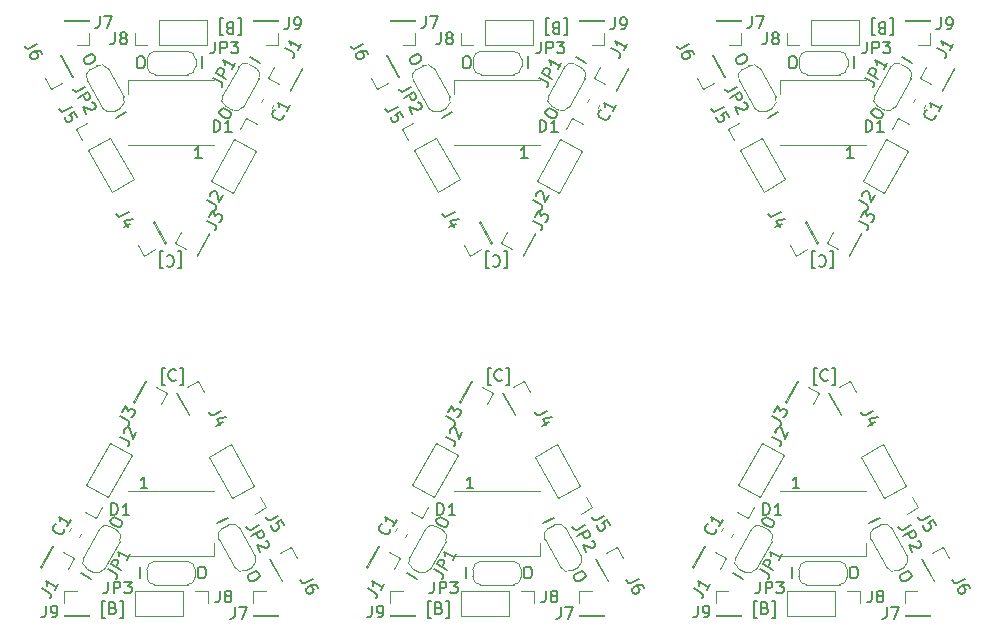
<source format=gto>
G04 #@! TF.GenerationSoftware,KiCad,Pcbnew,(5.1.12)-1*
G04 #@! TF.CreationDate,2023-06-20T10:26:49+09:00*
G04 #@! TF.ProjectId,LED_Sphere_3V-TypeC-Panelized,4c45445f-5370-4686-9572-655f33562d54,rev?*
G04 #@! TF.SameCoordinates,PX5a06e00PY8f0d180*
G04 #@! TF.FileFunction,Legend,Top*
G04 #@! TF.FilePolarity,Positive*
%FSLAX46Y46*%
G04 Gerber Fmt 4.6, Leading zero omitted, Abs format (unit mm)*
G04 Created by KiCad (PCBNEW (5.1.12)-1) date 2023-06-20 10:26:49*
%MOMM*%
%LPD*%
G01*
G04 APERTURE LIST*
%ADD10C,0.150000*%
%ADD11C,0.120000*%
%ADD12C,0.600000*%
%ADD13R,1.000000X1.500000*%
%ADD14C,0.100000*%
%ADD15O,1.350000X1.350000*%
%ADD16R,1.350000X1.350000*%
%ADD17C,2.700000*%
%ADD18R,1.500000X1.000000*%
G04 APERTURE END LIST*
D10*
X24742857Y71555715D02*
X24980952Y71555715D01*
X24980952Y70127143D01*
X24742857Y70127143D01*
X24028571Y70698572D02*
X23885714Y70746191D01*
X23838095Y70793810D01*
X23790476Y70889048D01*
X23790476Y71031905D01*
X23838095Y71127143D01*
X23885714Y71174762D01*
X23980952Y71222381D01*
X24361904Y71222381D01*
X24361904Y70222381D01*
X24028571Y70222381D01*
X23933333Y70270000D01*
X23885714Y70317620D01*
X23838095Y70412858D01*
X23838095Y70508096D01*
X23885714Y70603334D01*
X23933333Y70650953D01*
X24028571Y70698572D01*
X24361904Y70698572D01*
X23457142Y71555715D02*
X23219047Y71555715D01*
X23219047Y70127143D01*
X23457142Y70127143D01*
X52342857Y71555715D02*
X52580952Y71555715D01*
X52580952Y70127143D01*
X52342857Y70127143D01*
X51628571Y70698572D02*
X51485714Y70746191D01*
X51438095Y70793810D01*
X51390476Y70889048D01*
X51390476Y71031905D01*
X51438095Y71127143D01*
X51485714Y71174762D01*
X51580952Y71222381D01*
X51961904Y71222381D01*
X51961904Y70222381D01*
X51628571Y70222381D01*
X51533333Y70270000D01*
X51485714Y70317620D01*
X51438095Y70412858D01*
X51438095Y70508096D01*
X51485714Y70603334D01*
X51533333Y70650953D01*
X51628571Y70698572D01*
X51961904Y70698572D01*
X51057142Y71555715D02*
X50819047Y71555715D01*
X50819047Y70127143D01*
X51057142Y70127143D01*
X79942857Y71555715D02*
X80180952Y71555715D01*
X80180952Y70127143D01*
X79942857Y70127143D01*
X79228571Y70698572D02*
X79085714Y70746191D01*
X79038095Y70793810D01*
X78990476Y70889048D01*
X78990476Y71031905D01*
X79038095Y71127143D01*
X79085714Y71174762D01*
X79180952Y71222381D01*
X79561904Y71222381D01*
X79561904Y70222381D01*
X79228571Y70222381D01*
X79133333Y70270000D01*
X79085714Y70317620D01*
X79038095Y70412858D01*
X79038095Y70508096D01*
X79085714Y70603334D01*
X79133333Y70650953D01*
X79228571Y70698572D01*
X79561904Y70698572D01*
X78657142Y71555715D02*
X78419047Y71555715D01*
X78419047Y70127143D01*
X78657142Y70127143D01*
X68657142Y20784286D02*
X68419047Y20784286D01*
X68419047Y22212858D01*
X68657142Y22212858D01*
X69371428Y21641429D02*
X69514285Y21593810D01*
X69561904Y21546191D01*
X69609523Y21450953D01*
X69609523Y21308096D01*
X69561904Y21212858D01*
X69514285Y21165239D01*
X69419047Y21117620D01*
X69038095Y21117620D01*
X69038095Y22117620D01*
X69371428Y22117620D01*
X69466666Y22070000D01*
X69514285Y22022381D01*
X69561904Y21927143D01*
X69561904Y21831905D01*
X69514285Y21736667D01*
X69466666Y21689048D01*
X69371428Y21641429D01*
X69038095Y21641429D01*
X69942857Y20784286D02*
X70180952Y20784286D01*
X70180952Y22212858D01*
X69942857Y22212858D01*
X41057142Y20784286D02*
X40819047Y20784286D01*
X40819047Y22212858D01*
X41057142Y22212858D01*
X41771428Y21641429D02*
X41914285Y21593810D01*
X41961904Y21546191D01*
X42009523Y21450953D01*
X42009523Y21308096D01*
X41961904Y21212858D01*
X41914285Y21165239D01*
X41819047Y21117620D01*
X41438095Y21117620D01*
X41438095Y22117620D01*
X41771428Y22117620D01*
X41866666Y22070000D01*
X41914285Y22022381D01*
X41961904Y21927143D01*
X41961904Y21831905D01*
X41914285Y21736667D01*
X41866666Y21689048D01*
X41771428Y21641429D01*
X41438095Y21641429D01*
X42342857Y20784286D02*
X42580952Y20784286D01*
X42580952Y22212858D01*
X42342857Y22212858D01*
X19662857Y51835715D02*
X19900952Y51835715D01*
X19900952Y50407143D01*
X19662857Y50407143D01*
X18710476Y51407143D02*
X18758095Y51454762D01*
X18900952Y51502381D01*
X18996190Y51502381D01*
X19139047Y51454762D01*
X19234285Y51359524D01*
X19281904Y51264286D01*
X19329523Y51073810D01*
X19329523Y50930953D01*
X19281904Y50740477D01*
X19234285Y50645239D01*
X19139047Y50550000D01*
X18996190Y50502381D01*
X18900952Y50502381D01*
X18758095Y50550000D01*
X18710476Y50597620D01*
X18377142Y51835715D02*
X18139047Y51835715D01*
X18139047Y50407143D01*
X18377142Y50407143D01*
X47262857Y51835715D02*
X47500952Y51835715D01*
X47500952Y50407143D01*
X47262857Y50407143D01*
X46310476Y51407143D02*
X46358095Y51454762D01*
X46500952Y51502381D01*
X46596190Y51502381D01*
X46739047Y51454762D01*
X46834285Y51359524D01*
X46881904Y51264286D01*
X46929523Y51073810D01*
X46929523Y50930953D01*
X46881904Y50740477D01*
X46834285Y50645239D01*
X46739047Y50550000D01*
X46596190Y50502381D01*
X46500952Y50502381D01*
X46358095Y50550000D01*
X46310476Y50597620D01*
X45977142Y51835715D02*
X45739047Y51835715D01*
X45739047Y50407143D01*
X45977142Y50407143D01*
X74862857Y51835715D02*
X75100952Y51835715D01*
X75100952Y50407143D01*
X74862857Y50407143D01*
X73910476Y51407143D02*
X73958095Y51454762D01*
X74100952Y51502381D01*
X74196190Y51502381D01*
X74339047Y51454762D01*
X74434285Y51359524D01*
X74481904Y51264286D01*
X74529523Y51073810D01*
X74529523Y50930953D01*
X74481904Y50740477D01*
X74434285Y50645239D01*
X74339047Y50550000D01*
X74196190Y50502381D01*
X74100952Y50502381D01*
X73958095Y50550000D01*
X73910476Y50597620D01*
X73577142Y51835715D02*
X73339047Y51835715D01*
X73339047Y50407143D01*
X73577142Y50407143D01*
X73737142Y40504286D02*
X73499047Y40504286D01*
X73499047Y41932858D01*
X73737142Y41932858D01*
X74689523Y40932858D02*
X74641904Y40885239D01*
X74499047Y40837620D01*
X74403809Y40837620D01*
X74260952Y40885239D01*
X74165714Y40980477D01*
X74118095Y41075715D01*
X74070476Y41266191D01*
X74070476Y41409048D01*
X74118095Y41599524D01*
X74165714Y41694762D01*
X74260952Y41790000D01*
X74403809Y41837620D01*
X74499047Y41837620D01*
X74641904Y41790000D01*
X74689523Y41742381D01*
X75022857Y40504286D02*
X75260952Y40504286D01*
X75260952Y41932858D01*
X75022857Y41932858D01*
X46137142Y40504286D02*
X45899047Y40504286D01*
X45899047Y41932858D01*
X46137142Y41932858D01*
X47089523Y40932858D02*
X47041904Y40885239D01*
X46899047Y40837620D01*
X46803809Y40837620D01*
X46660952Y40885239D01*
X46565714Y40980477D01*
X46518095Y41075715D01*
X46470476Y41266191D01*
X46470476Y41409048D01*
X46518095Y41599524D01*
X46565714Y41694762D01*
X46660952Y41790000D01*
X46803809Y41837620D01*
X46899047Y41837620D01*
X47041904Y41790000D01*
X47089523Y41742381D01*
X47422857Y40504286D02*
X47660952Y40504286D01*
X47660952Y41932858D01*
X47422857Y41932858D01*
X13457142Y20784286D02*
X13219047Y20784286D01*
X13219047Y22212858D01*
X13457142Y22212858D01*
X14171428Y21641429D02*
X14314285Y21593810D01*
X14361904Y21546191D01*
X14409523Y21450953D01*
X14409523Y21308096D01*
X14361904Y21212858D01*
X14314285Y21165239D01*
X14219047Y21117620D01*
X13838095Y21117620D01*
X13838095Y22117620D01*
X14171428Y22117620D01*
X14266666Y22070000D01*
X14314285Y22022381D01*
X14361904Y21927143D01*
X14361904Y21831905D01*
X14314285Y21736667D01*
X14266666Y21689048D01*
X14171428Y21641429D01*
X13838095Y21641429D01*
X14742857Y20784286D02*
X14980952Y20784286D01*
X14980952Y22212858D01*
X14742857Y22212858D01*
X18537142Y40504286D02*
X18299047Y40504286D01*
X18299047Y41932858D01*
X18537142Y41932858D01*
X19489523Y40932858D02*
X19441904Y40885239D01*
X19299047Y40837620D01*
X19203809Y40837620D01*
X19060952Y40885239D01*
X18965714Y40980477D01*
X18918095Y41075715D01*
X18870476Y41266191D01*
X18870476Y41409048D01*
X18918095Y41599524D01*
X18965714Y41694762D01*
X19060952Y41790000D01*
X19203809Y41837620D01*
X19299047Y41837620D01*
X19441904Y41790000D01*
X19489523Y41742381D01*
X19822857Y40504286D02*
X20060952Y40504286D01*
X20060952Y41932858D01*
X19822857Y41932858D01*
D11*
X21164000Y67468000D02*
G75*
G02*
X20464000Y66768000I-700000J0D01*
G01*
X20464000Y68768000D02*
G75*
G02*
X21164000Y68068000I0J-700000D01*
G01*
X17064000Y68068000D02*
G75*
G02*
X17764000Y68768000I700000J0D01*
G01*
X17764000Y66768000D02*
G75*
G02*
X17064000Y67468000I0J700000D01*
G01*
X21164000Y68068000D02*
X21164000Y67468000D01*
X17714000Y68768000D02*
X20514000Y68768000D01*
X17064000Y67468000D02*
X17064000Y68068000D01*
X20514000Y66768000D02*
X17714000Y66768000D01*
X48764000Y67468000D02*
G75*
G02*
X48064000Y66768000I-700000J0D01*
G01*
X48064000Y68768000D02*
G75*
G02*
X48764000Y68068000I0J-700000D01*
G01*
X44664000Y68068000D02*
G75*
G02*
X45364000Y68768000I700000J0D01*
G01*
X45364000Y66768000D02*
G75*
G02*
X44664000Y67468000I0J700000D01*
G01*
X48764000Y68068000D02*
X48764000Y67468000D01*
X45314000Y68768000D02*
X48114000Y68768000D01*
X44664000Y67468000D02*
X44664000Y68068000D01*
X48114000Y66768000D02*
X45314000Y66768000D01*
X76364000Y67468000D02*
G75*
G02*
X75664000Y66768000I-700000J0D01*
G01*
X75664000Y68768000D02*
G75*
G02*
X76364000Y68068000I0J-700000D01*
G01*
X72264000Y68068000D02*
G75*
G02*
X72964000Y68768000I700000J0D01*
G01*
X72964000Y66768000D02*
G75*
G02*
X72264000Y67468000I0J700000D01*
G01*
X76364000Y68068000D02*
X76364000Y67468000D01*
X72914000Y68768000D02*
X75714000Y68768000D01*
X72264000Y67468000D02*
X72264000Y68068000D01*
X75714000Y66768000D02*
X72914000Y66768000D01*
X72236000Y24872000D02*
G75*
G02*
X72936000Y25572000I700000J0D01*
G01*
X72936000Y23572000D02*
G75*
G02*
X72236000Y24272000I0J700000D01*
G01*
X76336000Y24272000D02*
G75*
G02*
X75636000Y23572000I-700000J0D01*
G01*
X75636000Y25572000D02*
G75*
G02*
X76336000Y24872000I0J-700000D01*
G01*
X72236000Y24272000D02*
X72236000Y24872000D01*
X75686000Y23572000D02*
X72886000Y23572000D01*
X76336000Y24872000D02*
X76336000Y24272000D01*
X72886000Y25572000D02*
X75686000Y25572000D01*
X44636000Y24872000D02*
G75*
G02*
X45336000Y25572000I700000J0D01*
G01*
X45336000Y23572000D02*
G75*
G02*
X44636000Y24272000I0J700000D01*
G01*
X48736000Y24272000D02*
G75*
G02*
X48036000Y23572000I-700000J0D01*
G01*
X48036000Y25572000D02*
G75*
G02*
X48736000Y24872000I0J-700000D01*
G01*
X44636000Y24272000D02*
X44636000Y24872000D01*
X48086000Y23572000D02*
X45286000Y23572000D01*
X48736000Y24872000D02*
X48736000Y24272000D01*
X45286000Y25572000D02*
X48086000Y25572000D01*
X22444331Y57778075D02*
X24293118Y56740584D01*
X24431224Y61318676D02*
X22444331Y57778075D01*
X26280011Y60281185D02*
X24293118Y56740584D01*
X24431224Y61318676D02*
X26280011Y60281185D01*
X24920607Y62190745D02*
X25439352Y63115139D01*
X25439352Y63115139D02*
X26363745Y62596393D01*
X50044331Y57778075D02*
X51893118Y56740584D01*
X52031224Y61318676D02*
X50044331Y57778075D01*
X53880011Y60281185D02*
X51893118Y56740584D01*
X52031224Y61318676D02*
X53880011Y60281185D01*
X52520607Y62190745D02*
X53039352Y63115139D01*
X53039352Y63115139D02*
X53963745Y62596393D01*
X77644331Y57778075D02*
X79493118Y56740584D01*
X79631224Y61318676D02*
X77644331Y57778075D01*
X81480011Y60281185D02*
X79493118Y56740584D01*
X79631224Y61318676D02*
X81480011Y60281185D01*
X80120607Y62190745D02*
X80639352Y63115139D01*
X80639352Y63115139D02*
X81563745Y62596393D01*
X70955669Y34561925D02*
X69106882Y35599416D01*
X68968776Y31021324D02*
X70955669Y34561925D01*
X67119989Y32058815D02*
X69106882Y35599416D01*
X68968776Y31021324D02*
X67119989Y32058815D01*
X68479393Y30149255D02*
X67960648Y29224861D01*
X67960648Y29224861D02*
X67036255Y29743607D01*
X43355669Y34561925D02*
X41506882Y35599416D01*
X41368776Y31021324D02*
X43355669Y34561925D01*
X39519989Y32058815D02*
X41506882Y35599416D01*
X41368776Y31021324D02*
X39519989Y32058815D01*
X40879393Y30149255D02*
X40360648Y29224861D01*
X40360648Y29224861D02*
X39436255Y29743607D01*
X26250855Y67376928D02*
G75*
G02*
X26518736Y66423911I-342568J-610449D01*
G01*
X24774597Y67402675D02*
G75*
G02*
X25727613Y67670557I610449J-342567D01*
G01*
X23721145Y64095072D02*
G75*
G02*
X23453264Y65048089I342568J610449D01*
G01*
X25197403Y64069325D02*
G75*
G02*
X24244387Y63801443I-610449J342567D01*
G01*
X25727613Y67670557D02*
X26250855Y67376927D01*
X23428795Y65004485D02*
X24799066Y67446279D01*
X24244387Y63801443D02*
X23721145Y64095073D01*
X26543205Y66467515D02*
X25172934Y64025721D01*
X53850855Y67376928D02*
G75*
G02*
X54118736Y66423911I-342568J-610449D01*
G01*
X52374597Y67402675D02*
G75*
G02*
X53327613Y67670557I610449J-342567D01*
G01*
X51321145Y64095072D02*
G75*
G02*
X51053264Y65048089I342568J610449D01*
G01*
X52797403Y64069325D02*
G75*
G02*
X51844387Y63801443I-610449J342567D01*
G01*
X53327613Y67670557D02*
X53850855Y67376927D01*
X51028795Y65004485D02*
X52399066Y67446279D01*
X51844387Y63801443D02*
X51321145Y64095073D01*
X54143205Y66467515D02*
X52772934Y64025721D01*
X81450855Y67376928D02*
G75*
G02*
X81718736Y66423911I-342568J-610449D01*
G01*
X79974597Y67402675D02*
G75*
G02*
X80927613Y67670557I610449J-342567D01*
G01*
X78921145Y64095072D02*
G75*
G02*
X78653264Y65048089I342568J610449D01*
G01*
X80397403Y64069325D02*
G75*
G02*
X79444387Y63801443I-610449J342567D01*
G01*
X80927613Y67670557D02*
X81450855Y67376927D01*
X78628795Y65004485D02*
X79999066Y67446279D01*
X79444387Y63801443D02*
X78921145Y64095073D01*
X81743205Y66467515D02*
X80372934Y64025721D01*
X67149145Y24963072D02*
G75*
G02*
X66881264Y25916089I342568J610449D01*
G01*
X68625403Y24937325D02*
G75*
G02*
X67672387Y24669443I-610449J342567D01*
G01*
X69678855Y28244928D02*
G75*
G02*
X69946736Y27291911I-342568J-610449D01*
G01*
X68202597Y28270675D02*
G75*
G02*
X69155613Y28538557I610449J-342567D01*
G01*
X67672387Y24669443D02*
X67149145Y24963073D01*
X69971205Y27335515D02*
X68600934Y24893721D01*
X69155613Y28538557D02*
X69678855Y28244927D01*
X66856795Y25872485D02*
X68227066Y28314279D01*
X39549145Y24963072D02*
G75*
G02*
X39281264Y25916089I342568J610449D01*
G01*
X41025403Y24937325D02*
G75*
G02*
X40072387Y24669443I-610449J342567D01*
G01*
X42078855Y28244928D02*
G75*
G02*
X42346736Y27291911I-342568J-610449D01*
G01*
X40602597Y28270675D02*
G75*
G02*
X41555613Y28538557I610449J-342567D01*
G01*
X40072387Y24669443D02*
X39549145Y24963073D01*
X42371205Y27335515D02*
X41000934Y24893721D01*
X41555613Y28538557D02*
X42078855Y28244927D01*
X39256795Y25872485D02*
X40627066Y28314279D01*
X26728447Y64465990D02*
X26866042Y64711181D01*
X27617958Y63966819D02*
X27755553Y64212010D01*
X54328447Y64465990D02*
X54466042Y64711181D01*
X55217958Y63966819D02*
X55355553Y64212010D01*
X81928447Y64465990D02*
X82066042Y64711181D01*
X82817958Y63966819D02*
X82955553Y64212010D01*
X66671553Y27874010D02*
X66533958Y27628819D01*
X65782042Y28373181D02*
X65644447Y28127990D01*
X39071553Y27874010D02*
X38933958Y27628819D01*
X38182042Y28373181D02*
X38044447Y28127990D01*
X10778139Y66600352D02*
X9740648Y68449139D01*
X10725815Y66570989D02*
X10778139Y66600352D01*
X9688324Y68419776D02*
X9740648Y68449139D01*
X10725815Y66570989D02*
X9688324Y68419776D01*
X9853745Y66081607D02*
X8929352Y65562861D01*
X8929352Y65562861D02*
X8410607Y66487255D01*
X38378139Y66600352D02*
X37340648Y68449139D01*
X38325815Y66570989D02*
X38378139Y66600352D01*
X37288324Y68419776D02*
X37340648Y68449139D01*
X38325815Y66570989D02*
X37288324Y68419776D01*
X37453745Y66081607D02*
X36529352Y65562861D01*
X36529352Y65562861D02*
X36010607Y66487255D01*
X65978139Y66600352D02*
X64940648Y68449139D01*
X65925815Y66570989D02*
X65978139Y66600352D01*
X64888324Y68419776D02*
X64940648Y68449139D01*
X65925815Y66570989D02*
X64888324Y68419776D01*
X65053745Y66081607D02*
X64129352Y65562861D01*
X64129352Y65562861D02*
X63610607Y66487255D01*
X82621861Y25739648D02*
X83659352Y23890861D01*
X82674185Y25769011D02*
X82621861Y25739648D01*
X83711676Y23920224D02*
X83659352Y23890861D01*
X82674185Y25769011D02*
X83711676Y23920224D01*
X83546255Y26258393D02*
X84470648Y26777139D01*
X84470648Y26777139D02*
X84989393Y25852745D01*
X55021861Y25739648D02*
X56059352Y23890861D01*
X55074185Y25769011D02*
X55021861Y25739648D01*
X56111676Y23920224D02*
X56059352Y23890861D01*
X55074185Y25769011D02*
X56111676Y23920224D01*
X55946255Y26258393D02*
X56870648Y26777139D01*
X56870648Y26777139D02*
X57389393Y25852745D01*
X27322861Y66473352D02*
X27841607Y67397745D01*
X28247255Y65954607D02*
X27322861Y66473352D01*
X29119324Y65465224D02*
X30156815Y67314011D01*
X30156815Y67314011D02*
X30209139Y67284648D01*
X29119324Y65465224D02*
X29171648Y65435861D01*
X29171648Y65435861D02*
X30209139Y67284648D01*
X54922861Y66473352D02*
X55441607Y67397745D01*
X55847255Y65954607D02*
X54922861Y66473352D01*
X56719324Y65465224D02*
X57756815Y67314011D01*
X57756815Y67314011D02*
X57809139Y67284648D01*
X56719324Y65465224D02*
X56771648Y65435861D01*
X56771648Y65435861D02*
X57809139Y67284648D01*
X82522861Y66473352D02*
X83041607Y67397745D01*
X83447255Y65954607D02*
X82522861Y66473352D01*
X84319324Y65465224D02*
X85356815Y67314011D01*
X85356815Y67314011D02*
X85409139Y67284648D01*
X84319324Y65465224D02*
X84371648Y65435861D01*
X84371648Y65435861D02*
X85409139Y67284648D01*
X66077139Y25866648D02*
X65558393Y24942255D01*
X65152745Y26385393D02*
X66077139Y25866648D01*
X64280676Y26874776D02*
X63243185Y25025989D01*
X63243185Y25025989D02*
X63190861Y25055352D01*
X64280676Y26874776D02*
X64228352Y26904139D01*
X64228352Y26904139D02*
X63190861Y25055352D01*
X38477139Y25866648D02*
X37958393Y24942255D01*
X37552745Y26385393D02*
X38477139Y25866648D01*
X36680676Y26874776D02*
X35643185Y25025989D01*
X35643185Y25025989D02*
X35590861Y25055352D01*
X36680676Y26874776D02*
X36628352Y26904139D01*
X36628352Y26904139D02*
X35590861Y25055352D01*
X22142000Y69248000D02*
X22142000Y71368000D01*
X18082000Y69248000D02*
X22142000Y69248000D01*
X18082000Y71368000D02*
X22142000Y71368000D01*
X18082000Y69248000D02*
X18082000Y71368000D01*
X17082000Y69248000D02*
X16022000Y69248000D01*
X16022000Y69248000D02*
X16022000Y70308000D01*
X49742000Y69248000D02*
X49742000Y71368000D01*
X45682000Y69248000D02*
X49742000Y69248000D01*
X45682000Y71368000D02*
X49742000Y71368000D01*
X45682000Y69248000D02*
X45682000Y71368000D01*
X44682000Y69248000D02*
X43622000Y69248000D01*
X43622000Y69248000D02*
X43622000Y70308000D01*
X77342000Y69248000D02*
X77342000Y71368000D01*
X73282000Y69248000D02*
X77342000Y69248000D01*
X73282000Y71368000D02*
X77342000Y71368000D01*
X73282000Y69248000D02*
X73282000Y71368000D01*
X72282000Y69248000D02*
X71222000Y69248000D01*
X71222000Y69248000D02*
X71222000Y70308000D01*
X71258000Y23092000D02*
X71258000Y20972000D01*
X75318000Y23092000D02*
X71258000Y23092000D01*
X75318000Y20972000D02*
X71258000Y20972000D01*
X75318000Y23092000D02*
X75318000Y20972000D01*
X76318000Y23092000D02*
X77378000Y23092000D01*
X77378000Y23092000D02*
X77378000Y22032000D01*
X43658000Y23092000D02*
X43658000Y20972000D01*
X47718000Y23092000D02*
X43658000Y23092000D01*
X47718000Y20972000D02*
X43658000Y20972000D01*
X47718000Y23092000D02*
X47718000Y20972000D01*
X48718000Y23092000D02*
X49778000Y23092000D01*
X49778000Y23092000D02*
X49778000Y22032000D01*
X21297648Y51465861D02*
X22335139Y53314648D01*
X21245324Y51495224D02*
X21297648Y51465861D01*
X22282815Y53344011D02*
X22335139Y53314648D01*
X21245324Y51495224D02*
X22282815Y53344011D01*
X20373255Y51984607D02*
X19448861Y52503352D01*
X19448861Y52503352D02*
X19967607Y53427745D01*
X48897648Y51465861D02*
X49935139Y53314648D01*
X48845324Y51495224D02*
X48897648Y51465861D01*
X49882815Y53344011D02*
X49935139Y53314648D01*
X48845324Y51495224D02*
X49882815Y53344011D01*
X47973255Y51984607D02*
X47048861Y52503352D01*
X47048861Y52503352D02*
X47567607Y53427745D01*
X76497648Y51465861D02*
X77535139Y53314648D01*
X76445324Y51495224D02*
X76497648Y51465861D01*
X77482815Y53344011D02*
X77535139Y53314648D01*
X76445324Y51495224D02*
X77482815Y53344011D01*
X75573255Y51984607D02*
X74648861Y52503352D01*
X74648861Y52503352D02*
X75167607Y53427745D01*
X72102352Y40874139D02*
X71064861Y39025352D01*
X72154676Y40844776D02*
X72102352Y40874139D01*
X71117185Y38995989D02*
X71064861Y39025352D01*
X72154676Y40844776D02*
X71117185Y38995989D01*
X73026745Y40355393D02*
X73951139Y39836648D01*
X73951139Y39836648D02*
X73432393Y38912255D01*
X44502352Y40874139D02*
X43464861Y39025352D01*
X44554676Y40844776D02*
X44502352Y40874139D01*
X43517185Y38995989D02*
X43464861Y39025352D01*
X44554676Y40844776D02*
X43517185Y38995989D01*
X45426745Y40355393D02*
X46351139Y39836648D01*
X46351139Y39836648D02*
X45832393Y38912255D01*
X16803352Y51465861D02*
X16284607Y52390255D01*
X17727745Y51984607D02*
X16803352Y51465861D01*
X18599815Y52473989D02*
X17562324Y54322776D01*
X17562324Y54322776D02*
X17614648Y54352139D01*
X18599815Y52473989D02*
X18652139Y52503352D01*
X18652139Y52503352D02*
X17614648Y54352139D01*
X44403352Y51465861D02*
X43884607Y52390255D01*
X45327745Y51984607D02*
X44403352Y51465861D01*
X46199815Y52473989D02*
X45162324Y54322776D01*
X45162324Y54322776D02*
X45214648Y54352139D01*
X46199815Y52473989D02*
X46252139Y52503352D01*
X46252139Y52503352D02*
X45214648Y54352139D01*
X72003352Y51465861D02*
X71484607Y52390255D01*
X72927745Y51984607D02*
X72003352Y51465861D01*
X73799815Y52473989D02*
X72762324Y54322776D01*
X72762324Y54322776D02*
X72814648Y54352139D01*
X73799815Y52473989D02*
X73852139Y52503352D01*
X73852139Y52503352D02*
X72814648Y54352139D01*
X76596648Y40874139D02*
X77115393Y39949745D01*
X75672255Y40355393D02*
X76596648Y40874139D01*
X74800185Y39866011D02*
X75837676Y38017224D01*
X75837676Y38017224D02*
X75785352Y37987861D01*
X74800185Y39866011D02*
X74747861Y39836648D01*
X74747861Y39836648D02*
X75785352Y37987861D01*
X48996648Y40874139D02*
X49515393Y39949745D01*
X48072255Y40355393D02*
X48996648Y40874139D01*
X47200185Y39866011D02*
X48237676Y38017224D01*
X48237676Y38017224D02*
X48185352Y37987861D01*
X47200185Y39866011D02*
X47147861Y39836648D01*
X47147861Y39836648D02*
X48185352Y37987861D01*
X12173000Y69248000D02*
X11113000Y69248000D01*
X12173000Y70308000D02*
X12173000Y69248000D01*
X12173000Y71308000D02*
X10053000Y71308000D01*
X10053000Y71308000D02*
X10053000Y71368000D01*
X12173000Y71308000D02*
X12173000Y71368000D01*
X12173000Y71368000D02*
X10053000Y71368000D01*
X39773000Y69248000D02*
X38713000Y69248000D01*
X39773000Y70308000D02*
X39773000Y69248000D01*
X39773000Y71308000D02*
X37653000Y71308000D01*
X37653000Y71308000D02*
X37653000Y71368000D01*
X39773000Y71308000D02*
X39773000Y71368000D01*
X39773000Y71368000D02*
X37653000Y71368000D01*
X67373000Y69248000D02*
X66313000Y69248000D01*
X67373000Y70308000D02*
X67373000Y69248000D01*
X67373000Y71308000D02*
X65253000Y71308000D01*
X65253000Y71308000D02*
X65253000Y71368000D01*
X67373000Y71308000D02*
X67373000Y71368000D01*
X67373000Y71368000D02*
X65253000Y71368000D01*
X81227000Y23092000D02*
X82287000Y23092000D01*
X81227000Y22032000D02*
X81227000Y23092000D01*
X81227000Y21032000D02*
X83347000Y21032000D01*
X83347000Y21032000D02*
X83347000Y20972000D01*
X81227000Y21032000D02*
X81227000Y20972000D01*
X81227000Y20972000D02*
X83347000Y20972000D01*
X53627000Y23092000D02*
X54687000Y23092000D01*
X53627000Y22032000D02*
X53627000Y23092000D01*
X53627000Y21032000D02*
X55747000Y21032000D01*
X55747000Y21032000D02*
X55747000Y20972000D01*
X53627000Y21032000D02*
X53627000Y20972000D01*
X53627000Y20972000D02*
X55747000Y20972000D01*
X28175000Y71368000D02*
X26055000Y71368000D01*
X28175000Y71308000D02*
X28175000Y71368000D01*
X26055000Y71308000D02*
X26055000Y71368000D01*
X28175000Y71308000D02*
X26055000Y71308000D01*
X28175000Y70308000D02*
X28175000Y69248000D01*
X28175000Y69248000D02*
X27115000Y69248000D01*
X55775000Y71368000D02*
X53655000Y71368000D01*
X55775000Y71308000D02*
X55775000Y71368000D01*
X53655000Y71308000D02*
X53655000Y71368000D01*
X55775000Y71308000D02*
X53655000Y71308000D01*
X55775000Y70308000D02*
X55775000Y69248000D01*
X55775000Y69248000D02*
X54715000Y69248000D01*
X83375000Y71368000D02*
X81255000Y71368000D01*
X83375000Y71308000D02*
X83375000Y71368000D01*
X81255000Y71308000D02*
X81255000Y71368000D01*
X83375000Y71308000D02*
X81255000Y71308000D01*
X83375000Y70308000D02*
X83375000Y69248000D01*
X83375000Y69248000D02*
X82315000Y69248000D01*
X65225000Y20972000D02*
X67345000Y20972000D01*
X65225000Y21032000D02*
X65225000Y20972000D01*
X67345000Y21032000D02*
X67345000Y20972000D01*
X65225000Y21032000D02*
X67345000Y21032000D01*
X65225000Y22032000D02*
X65225000Y23092000D01*
X65225000Y23092000D02*
X66285000Y23092000D01*
X37625000Y20972000D02*
X39745000Y20972000D01*
X37625000Y21032000D02*
X37625000Y20972000D01*
X39745000Y21032000D02*
X39745000Y20972000D01*
X37625000Y21032000D02*
X39745000Y21032000D01*
X37625000Y22032000D02*
X37625000Y23092000D01*
X37625000Y23092000D02*
X38685000Y23092000D01*
X22764000Y60827000D02*
X15464000Y60827000D01*
X22764000Y66327000D02*
X15464000Y66327000D01*
X15464000Y66327000D02*
X15464000Y65177000D01*
X50364000Y60827000D02*
X43064000Y60827000D01*
X50364000Y66327000D02*
X43064000Y66327000D01*
X43064000Y66327000D02*
X43064000Y65177000D01*
X77964000Y60827000D02*
X70664000Y60827000D01*
X77964000Y66327000D02*
X70664000Y66327000D01*
X70664000Y66327000D02*
X70664000Y65177000D01*
X70636000Y31513000D02*
X77936000Y31513000D01*
X70636000Y26013000D02*
X77936000Y26013000D01*
X77936000Y26013000D02*
X77936000Y27163000D01*
X43036000Y31513000D02*
X50336000Y31513000D01*
X43036000Y26013000D02*
X50336000Y26013000D01*
X50336000Y26013000D02*
X50336000Y27163000D01*
X11993265Y66296911D02*
G75*
G02*
X12261145Y67249927I610448J342568D01*
G01*
X12784386Y67543557D02*
G75*
G02*
X13737403Y67275676I342568J-610449D01*
G01*
X15058735Y64921089D02*
G75*
G02*
X14790855Y63968073I-610448J-342568D01*
G01*
X14267614Y63674443D02*
G75*
G02*
X13314597Y63942324I-342568J610449D01*
G01*
X13339066Y63898721D02*
X11968795Y66340515D01*
X12261145Y67249927D02*
X12784387Y67543557D01*
X13712934Y67319279D02*
X15083205Y64877485D01*
X14790855Y63968073D02*
X14267613Y63674443D01*
X39593265Y66296911D02*
G75*
G02*
X39861145Y67249927I610448J342568D01*
G01*
X40384386Y67543557D02*
G75*
G02*
X41337403Y67275676I342568J-610449D01*
G01*
X42658735Y64921089D02*
G75*
G02*
X42390855Y63968073I-610448J-342568D01*
G01*
X41867614Y63674443D02*
G75*
G02*
X40914597Y63942324I-342568J610449D01*
G01*
X40939066Y63898721D02*
X39568795Y66340515D01*
X39861145Y67249927D02*
X40384387Y67543557D01*
X41312934Y67319279D02*
X42683205Y64877485D01*
X42390855Y63968073D02*
X41867613Y63674443D01*
X67193265Y66296911D02*
G75*
G02*
X67461145Y67249927I610448J342568D01*
G01*
X67984386Y67543557D02*
G75*
G02*
X68937403Y67275676I342568J-610449D01*
G01*
X70258735Y64921089D02*
G75*
G02*
X69990855Y63968073I-610448J-342568D01*
G01*
X69467614Y63674443D02*
G75*
G02*
X68514597Y63942324I-342568J610449D01*
G01*
X68539066Y63898721D02*
X67168795Y66340515D01*
X67461145Y67249927D02*
X67984387Y67543557D01*
X68912934Y67319279D02*
X70283205Y64877485D01*
X69990855Y63968073D02*
X69467613Y63674443D01*
X81406735Y26043089D02*
G75*
G02*
X81138855Y25090073I-610448J-342568D01*
G01*
X80615614Y24796443D02*
G75*
G02*
X79662597Y25064324I-342568J610449D01*
G01*
X78341265Y27418911D02*
G75*
G02*
X78609145Y28371927I610448J342568D01*
G01*
X79132386Y28665557D02*
G75*
G02*
X80085403Y28397676I342568J-610449D01*
G01*
X80060934Y28441279D02*
X81431205Y25999485D01*
X81138855Y25090073D02*
X80615613Y24796443D01*
X79687066Y25020721D02*
X78316795Y27462515D01*
X78609145Y28371927D02*
X79132387Y28665557D01*
X53806735Y26043089D02*
G75*
G02*
X53538855Y25090073I-610448J-342568D01*
G01*
X53015614Y24796443D02*
G75*
G02*
X52062597Y25064324I-342568J610449D01*
G01*
X50741265Y27418911D02*
G75*
G02*
X51009145Y28371927I610448J342568D01*
G01*
X51532386Y28665557D02*
G75*
G02*
X52485403Y28397676I342568J-610449D01*
G01*
X52460934Y28441279D02*
X53831205Y25999485D01*
X53538855Y25090073D02*
X53015613Y24796443D01*
X52087066Y25020721D02*
X50716795Y27462515D01*
X51009145Y28371927D02*
X51532387Y28665557D01*
X11066861Y62204648D02*
X11991255Y62723393D01*
X11585607Y61280255D02*
X11066861Y62204648D01*
X12074989Y60408185D02*
X13923776Y61445676D01*
X13923776Y61445676D02*
X15910669Y57905075D01*
X12074989Y60408185D02*
X14061882Y56867584D01*
X14061882Y56867584D02*
X15910669Y57905075D01*
X38666861Y62204648D02*
X39591255Y62723393D01*
X39185607Y61280255D02*
X38666861Y62204648D01*
X39674989Y60408185D02*
X41523776Y61445676D01*
X41523776Y61445676D02*
X43510669Y57905075D01*
X39674989Y60408185D02*
X41661882Y56867584D01*
X41661882Y56867584D02*
X43510669Y57905075D01*
X66266861Y62204648D02*
X67191255Y62723393D01*
X66785607Y61280255D02*
X66266861Y62204648D01*
X67274989Y60408185D02*
X69123776Y61445676D01*
X69123776Y61445676D02*
X71110669Y57905075D01*
X67274989Y60408185D02*
X69261882Y56867584D01*
X69261882Y56867584D02*
X71110669Y57905075D01*
X82333139Y30135352D02*
X81408745Y29616607D01*
X81814393Y31059745D02*
X82333139Y30135352D01*
X81325011Y31931815D02*
X79476224Y30894324D01*
X79476224Y30894324D02*
X77489331Y34434925D01*
X81325011Y31931815D02*
X79338118Y35472416D01*
X79338118Y35472416D02*
X77489331Y34434925D01*
X54733139Y30135352D02*
X53808745Y29616607D01*
X54214393Y31059745D02*
X54733139Y30135352D01*
X53725011Y31931815D02*
X51876224Y30894324D01*
X51876224Y30894324D02*
X49889331Y34434925D01*
X53725011Y31931815D02*
X51738118Y35472416D01*
X51738118Y35472416D02*
X49889331Y34434925D01*
X10582042Y28373181D02*
X10444447Y28127990D01*
X11471553Y27874010D02*
X11333958Y27628819D01*
X22736000Y26013000D02*
X22736000Y27163000D01*
X15436000Y26013000D02*
X22736000Y26013000D01*
X15436000Y31513000D02*
X22736000Y31513000D01*
X9028352Y26904139D02*
X7990861Y25055352D01*
X9080676Y26874776D02*
X9028352Y26904139D01*
X8043185Y25025989D02*
X7990861Y25055352D01*
X9080676Y26874776D02*
X8043185Y25025989D01*
X9952745Y26385393D02*
X10877139Y25866648D01*
X10877139Y25866648D02*
X10358393Y24942255D01*
X12760648Y29224861D02*
X11836255Y29743607D01*
X13279393Y30149255D02*
X12760648Y29224861D01*
X13768776Y31021324D02*
X11919989Y32058815D01*
X11919989Y32058815D02*
X13906882Y35599416D01*
X13768776Y31021324D02*
X15755669Y34561925D01*
X15755669Y34561925D02*
X13906882Y35599416D01*
X18751139Y39836648D02*
X18232393Y38912255D01*
X17826745Y40355393D02*
X18751139Y39836648D01*
X16954676Y40844776D02*
X15917185Y38995989D01*
X15917185Y38995989D02*
X15864861Y39025352D01*
X16954676Y40844776D02*
X16902352Y40874139D01*
X16902352Y40874139D02*
X15864861Y39025352D01*
X19547861Y39836648D02*
X20585352Y37987861D01*
X19600185Y39866011D02*
X19547861Y39836648D01*
X20637676Y38017224D02*
X20585352Y37987861D01*
X19600185Y39866011D02*
X20637676Y38017224D01*
X20472255Y40355393D02*
X21396648Y40874139D01*
X21396648Y40874139D02*
X21915393Y39949745D01*
X24138118Y35472416D02*
X22289331Y34434925D01*
X26125011Y31931815D02*
X24138118Y35472416D01*
X24276224Y30894324D02*
X22289331Y34434925D01*
X26125011Y31931815D02*
X24276224Y30894324D01*
X26614393Y31059745D02*
X27133139Y30135352D01*
X27133139Y30135352D02*
X26208745Y29616607D01*
X29270648Y26777139D02*
X29789393Y25852745D01*
X28346255Y26258393D02*
X29270648Y26777139D01*
X27474185Y25769011D02*
X28511676Y23920224D01*
X28511676Y23920224D02*
X28459352Y23890861D01*
X27474185Y25769011D02*
X27421861Y25739648D01*
X27421861Y25739648D02*
X28459352Y23890861D01*
X26027000Y20972000D02*
X28147000Y20972000D01*
X26027000Y21032000D02*
X26027000Y20972000D01*
X28147000Y21032000D02*
X28147000Y20972000D01*
X26027000Y21032000D02*
X28147000Y21032000D01*
X26027000Y22032000D02*
X26027000Y23092000D01*
X26027000Y23092000D02*
X27087000Y23092000D01*
X22178000Y23092000D02*
X22178000Y22032000D01*
X21118000Y23092000D02*
X22178000Y23092000D01*
X20118000Y23092000D02*
X20118000Y20972000D01*
X20118000Y20972000D02*
X16058000Y20972000D01*
X20118000Y23092000D02*
X16058000Y23092000D01*
X16058000Y23092000D02*
X16058000Y20972000D01*
X10025000Y23092000D02*
X11085000Y23092000D01*
X10025000Y22032000D02*
X10025000Y23092000D01*
X10025000Y21032000D02*
X12145000Y21032000D01*
X12145000Y21032000D02*
X12145000Y20972000D01*
X10025000Y21032000D02*
X10025000Y20972000D01*
X10025000Y20972000D02*
X12145000Y20972000D01*
X11656795Y25872485D02*
X13027066Y28314279D01*
X13955613Y28538557D02*
X14478855Y28244927D01*
X14771205Y27335515D02*
X13400934Y24893721D01*
X12472387Y24669443D02*
X11949145Y24963073D01*
X13002597Y28270675D02*
G75*
G02*
X13955613Y28538557I610449J-342567D01*
G01*
X14478855Y28244928D02*
G75*
G02*
X14746736Y27291911I-342568J-610449D01*
G01*
X13425403Y24937325D02*
G75*
G02*
X12472387Y24669443I-610449J342567D01*
G01*
X11949145Y24963072D02*
G75*
G02*
X11681264Y25916089I342568J610449D01*
G01*
X23409145Y28371927D02*
X23932387Y28665557D01*
X24487066Y25020721D02*
X23116795Y27462515D01*
X25938855Y25090073D02*
X25415613Y24796443D01*
X24860934Y28441279D02*
X26231205Y25999485D01*
X23932386Y28665557D02*
G75*
G02*
X24885403Y28397676I342568J-610449D01*
G01*
X23141265Y27418911D02*
G75*
G02*
X23409145Y28371927I610448J342568D01*
G01*
X25415614Y24796443D02*
G75*
G02*
X24462597Y25064324I-342568J610449D01*
G01*
X26206735Y26043089D02*
G75*
G02*
X25938855Y25090073I-610448J-342568D01*
G01*
X17686000Y25572000D02*
X20486000Y25572000D01*
X21136000Y24872000D02*
X21136000Y24272000D01*
X20486000Y23572000D02*
X17686000Y23572000D01*
X17036000Y24272000D02*
X17036000Y24872000D01*
X20436000Y25572000D02*
G75*
G02*
X21136000Y24872000I0J-700000D01*
G01*
X21136000Y24272000D02*
G75*
G02*
X20436000Y23572000I-700000J0D01*
G01*
X17736000Y23572000D02*
G75*
G02*
X17036000Y24272000I0J700000D01*
G01*
X17036000Y24872000D02*
G75*
G02*
X17736000Y25572000I700000J0D01*
G01*
D10*
X22786666Y69577620D02*
X22786666Y68863334D01*
X22739047Y68720477D01*
X22643809Y68625239D01*
X22500952Y68577620D01*
X22405714Y68577620D01*
X23262857Y68577620D02*
X23262857Y69577620D01*
X23643809Y69577620D01*
X23739047Y69530000D01*
X23786666Y69482381D01*
X23834285Y69387143D01*
X23834285Y69244286D01*
X23786666Y69149048D01*
X23739047Y69101429D01*
X23643809Y69053810D01*
X23262857Y69053810D01*
X24167619Y69577620D02*
X24786666Y69577620D01*
X24453333Y69196667D01*
X24596190Y69196667D01*
X24691428Y69149048D01*
X24739047Y69101429D01*
X24786666Y69006191D01*
X24786666Y68768096D01*
X24739047Y68672858D01*
X24691428Y68625239D01*
X24596190Y68577620D01*
X24310476Y68577620D01*
X24215238Y68625239D01*
X24167619Y68672858D01*
X21714000Y67315620D02*
X21714000Y68315620D01*
X16418761Y68315620D02*
X16609238Y68315620D01*
X16704476Y68268000D01*
X16799714Y68172762D01*
X16847333Y67982286D01*
X16847333Y67648953D01*
X16799714Y67458477D01*
X16704476Y67363239D01*
X16609238Y67315620D01*
X16418761Y67315620D01*
X16323523Y67363239D01*
X16228285Y67458477D01*
X16180666Y67648953D01*
X16180666Y67982286D01*
X16228285Y68172762D01*
X16323523Y68268000D01*
X16418761Y68315620D01*
X50386666Y69577620D02*
X50386666Y68863334D01*
X50339047Y68720477D01*
X50243809Y68625239D01*
X50100952Y68577620D01*
X50005714Y68577620D01*
X50862857Y68577620D02*
X50862857Y69577620D01*
X51243809Y69577620D01*
X51339047Y69530000D01*
X51386666Y69482381D01*
X51434285Y69387143D01*
X51434285Y69244286D01*
X51386666Y69149048D01*
X51339047Y69101429D01*
X51243809Y69053810D01*
X50862857Y69053810D01*
X51767619Y69577620D02*
X52386666Y69577620D01*
X52053333Y69196667D01*
X52196190Y69196667D01*
X52291428Y69149048D01*
X52339047Y69101429D01*
X52386666Y69006191D01*
X52386666Y68768096D01*
X52339047Y68672858D01*
X52291428Y68625239D01*
X52196190Y68577620D01*
X51910476Y68577620D01*
X51815238Y68625239D01*
X51767619Y68672858D01*
X49314000Y67315620D02*
X49314000Y68315620D01*
X44018761Y68315620D02*
X44209238Y68315620D01*
X44304476Y68268000D01*
X44399714Y68172762D01*
X44447333Y67982286D01*
X44447333Y67648953D01*
X44399714Y67458477D01*
X44304476Y67363239D01*
X44209238Y67315620D01*
X44018761Y67315620D01*
X43923523Y67363239D01*
X43828285Y67458477D01*
X43780666Y67648953D01*
X43780666Y67982286D01*
X43828285Y68172762D01*
X43923523Y68268000D01*
X44018761Y68315620D01*
X77986666Y69577620D02*
X77986666Y68863334D01*
X77939047Y68720477D01*
X77843809Y68625239D01*
X77700952Y68577620D01*
X77605714Y68577620D01*
X78462857Y68577620D02*
X78462857Y69577620D01*
X78843809Y69577620D01*
X78939047Y69530000D01*
X78986666Y69482381D01*
X79034285Y69387143D01*
X79034285Y69244286D01*
X78986666Y69149048D01*
X78939047Y69101429D01*
X78843809Y69053810D01*
X78462857Y69053810D01*
X79367619Y69577620D02*
X79986666Y69577620D01*
X79653333Y69196667D01*
X79796190Y69196667D01*
X79891428Y69149048D01*
X79939047Y69101429D01*
X79986666Y69006191D01*
X79986666Y68768096D01*
X79939047Y68672858D01*
X79891428Y68625239D01*
X79796190Y68577620D01*
X79510476Y68577620D01*
X79415238Y68625239D01*
X79367619Y68672858D01*
X76914000Y67315620D02*
X76914000Y68315620D01*
X71618761Y68315620D02*
X71809238Y68315620D01*
X71904476Y68268000D01*
X71999714Y68172762D01*
X72047333Y67982286D01*
X72047333Y67648953D01*
X71999714Y67458477D01*
X71904476Y67363239D01*
X71809238Y67315620D01*
X71618761Y67315620D01*
X71523523Y67363239D01*
X71428285Y67458477D01*
X71380666Y67648953D01*
X71380666Y67982286D01*
X71428285Y68172762D01*
X71523523Y68268000D01*
X71618761Y68315620D01*
X68946666Y23857620D02*
X68946666Y23143334D01*
X68899047Y23000477D01*
X68803809Y22905239D01*
X68660952Y22857620D01*
X68565714Y22857620D01*
X69422857Y22857620D02*
X69422857Y23857620D01*
X69803809Y23857620D01*
X69899047Y23810000D01*
X69946666Y23762381D01*
X69994285Y23667143D01*
X69994285Y23524286D01*
X69946666Y23429048D01*
X69899047Y23381429D01*
X69803809Y23333810D01*
X69422857Y23333810D01*
X70327619Y23857620D02*
X70946666Y23857620D01*
X70613333Y23476667D01*
X70756190Y23476667D01*
X70851428Y23429048D01*
X70899047Y23381429D01*
X70946666Y23286191D01*
X70946666Y23048096D01*
X70899047Y22952858D01*
X70851428Y22905239D01*
X70756190Y22857620D01*
X70470476Y22857620D01*
X70375238Y22905239D01*
X70327619Y22952858D01*
X71686000Y24119620D02*
X71686000Y25119620D01*
X76790761Y25119620D02*
X76981238Y25119620D01*
X77076476Y25072000D01*
X77171714Y24976762D01*
X77219333Y24786286D01*
X77219333Y24452953D01*
X77171714Y24262477D01*
X77076476Y24167239D01*
X76981238Y24119620D01*
X76790761Y24119620D01*
X76695523Y24167239D01*
X76600285Y24262477D01*
X76552666Y24452953D01*
X76552666Y24786286D01*
X76600285Y24976762D01*
X76695523Y25072000D01*
X76790761Y25119620D01*
X41346666Y23857620D02*
X41346666Y23143334D01*
X41299047Y23000477D01*
X41203809Y22905239D01*
X41060952Y22857620D01*
X40965714Y22857620D01*
X41822857Y22857620D02*
X41822857Y23857620D01*
X42203809Y23857620D01*
X42299047Y23810000D01*
X42346666Y23762381D01*
X42394285Y23667143D01*
X42394285Y23524286D01*
X42346666Y23429048D01*
X42299047Y23381429D01*
X42203809Y23333810D01*
X41822857Y23333810D01*
X42727619Y23857620D02*
X43346666Y23857620D01*
X43013333Y23476667D01*
X43156190Y23476667D01*
X43251428Y23429048D01*
X43299047Y23381429D01*
X43346666Y23286191D01*
X43346666Y23048096D01*
X43299047Y22952858D01*
X43251428Y22905239D01*
X43156190Y22857620D01*
X42870476Y22857620D01*
X42775238Y22905239D01*
X42727619Y22952858D01*
X44086000Y24119620D02*
X44086000Y25119620D01*
X49190761Y25119620D02*
X49381238Y25119620D01*
X49476476Y25072000D01*
X49571714Y24976762D01*
X49619333Y24786286D01*
X49619333Y24452953D01*
X49571714Y24262477D01*
X49476476Y24167239D01*
X49381238Y24119620D01*
X49190761Y24119620D01*
X49095523Y24167239D01*
X49000285Y24262477D01*
X48952666Y24452953D01*
X48952666Y24786286D01*
X49000285Y24976762D01*
X49095523Y25072000D01*
X49190761Y25119620D01*
X22129310Y56167306D02*
X22752217Y55817747D01*
X22853494Y55706308D01*
X22889941Y55576646D01*
X22861556Y55428761D01*
X22814948Y55345707D01*
X22422100Y56494442D02*
X22403877Y56559273D01*
X22408957Y56665631D01*
X22525477Y56873267D01*
X22613612Y56933017D01*
X22678443Y56951240D01*
X22784801Y56946159D01*
X22867855Y56899552D01*
X22969133Y56788113D01*
X23187811Y56010140D01*
X23490762Y56549993D01*
X49729310Y56167306D02*
X50352217Y55817747D01*
X50453494Y55706308D01*
X50489941Y55576646D01*
X50461556Y55428761D01*
X50414948Y55345707D01*
X50022100Y56494442D02*
X50003877Y56559273D01*
X50008957Y56665631D01*
X50125477Y56873267D01*
X50213612Y56933017D01*
X50278443Y56951240D01*
X50384801Y56946159D01*
X50467855Y56899552D01*
X50569133Y56788113D01*
X50787811Y56010140D01*
X51090762Y56549993D01*
X77329310Y56167306D02*
X77952217Y55817747D01*
X78053494Y55706308D01*
X78089941Y55576646D01*
X78061556Y55428761D01*
X78014948Y55345707D01*
X77622100Y56494442D02*
X77603877Y56559273D01*
X77608957Y56665631D01*
X77725477Y56873267D01*
X77813612Y56933017D01*
X77878443Y56951240D01*
X77984801Y56946159D01*
X78067855Y56899552D01*
X78169133Y56788113D01*
X78387811Y56010140D01*
X78690762Y56549993D01*
X69989310Y36127306D02*
X70612217Y35777747D01*
X70713494Y35666308D01*
X70749941Y35536646D01*
X70721556Y35388761D01*
X70674948Y35305707D01*
X70282100Y36454442D02*
X70263877Y36519273D01*
X70268957Y36625631D01*
X70385477Y36833267D01*
X70473612Y36893017D01*
X70538443Y36911240D01*
X70644801Y36906159D01*
X70727855Y36859552D01*
X70829133Y36748113D01*
X71047811Y35970140D01*
X71350762Y36509993D01*
X42389310Y36127306D02*
X43012217Y35777747D01*
X43113494Y35666308D01*
X43149941Y35536646D01*
X43121556Y35388761D01*
X43074948Y35305707D01*
X42682100Y36454442D02*
X42663877Y36519273D01*
X42668957Y36625631D01*
X42785477Y36833267D01*
X42873612Y36893017D01*
X42938443Y36911240D01*
X43044801Y36906159D01*
X43127855Y36859552D01*
X43229133Y36748113D01*
X43447811Y35970140D01*
X43750762Y36509993D01*
X22674619Y66521271D02*
X23297526Y66171712D01*
X23398803Y66060273D01*
X23435249Y65930611D01*
X23406865Y65782726D01*
X23360257Y65699672D01*
X23779728Y66447160D02*
X22907658Y66936542D01*
X23094090Y67268759D01*
X23182225Y67328509D01*
X23247056Y67346733D01*
X23353414Y67341652D01*
X23477995Y67271740D01*
X23537745Y67183605D01*
X23555969Y67118774D01*
X23550888Y67012416D01*
X23364456Y66680199D01*
X24525453Y67776027D02*
X24245806Y67277702D01*
X24385630Y67526865D02*
X23513560Y68016247D01*
X23591534Y67863281D01*
X23627980Y67733619D01*
X23622899Y67627261D01*
X26652901Y67781993D02*
X25780832Y68271376D01*
X23189436Y63653561D02*
X23282652Y63819670D01*
X23370787Y63879420D01*
X23500449Y63915867D01*
X23689861Y63864178D01*
X23980551Y63701050D01*
X24123355Y63566308D01*
X24159802Y63436646D01*
X24154721Y63330287D01*
X24061505Y63164179D01*
X23973370Y63104429D01*
X23843708Y63067982D01*
X23654296Y63119671D01*
X23363606Y63282798D01*
X23220802Y63417541D01*
X23184355Y63547203D01*
X23189436Y63653561D01*
X50274619Y66521271D02*
X50897526Y66171712D01*
X50998803Y66060273D01*
X51035249Y65930611D01*
X51006865Y65782726D01*
X50960257Y65699672D01*
X51379728Y66447160D02*
X50507658Y66936542D01*
X50694090Y67268759D01*
X50782225Y67328509D01*
X50847056Y67346733D01*
X50953414Y67341652D01*
X51077995Y67271740D01*
X51137745Y67183605D01*
X51155969Y67118774D01*
X51150888Y67012416D01*
X50964456Y66680199D01*
X52125453Y67776027D02*
X51845806Y67277702D01*
X51985630Y67526865D02*
X51113560Y68016247D01*
X51191534Y67863281D01*
X51227980Y67733619D01*
X51222899Y67627261D01*
X54252901Y67781993D02*
X53380832Y68271376D01*
X50789436Y63653561D02*
X50882652Y63819670D01*
X50970787Y63879420D01*
X51100449Y63915867D01*
X51289861Y63864178D01*
X51580551Y63701050D01*
X51723355Y63566308D01*
X51759802Y63436646D01*
X51754721Y63330287D01*
X51661505Y63164179D01*
X51573370Y63104429D01*
X51443708Y63067982D01*
X51254296Y63119671D01*
X50963606Y63282798D01*
X50820802Y63417541D01*
X50784355Y63547203D01*
X50789436Y63653561D01*
X77874619Y66521271D02*
X78497526Y66171712D01*
X78598803Y66060273D01*
X78635249Y65930611D01*
X78606865Y65782726D01*
X78560257Y65699672D01*
X78979728Y66447160D02*
X78107658Y66936542D01*
X78294090Y67268759D01*
X78382225Y67328509D01*
X78447056Y67346733D01*
X78553414Y67341652D01*
X78677995Y67271740D01*
X78737745Y67183605D01*
X78755969Y67118774D01*
X78750888Y67012416D01*
X78564456Y66680199D01*
X79725453Y67776027D02*
X79445806Y67277702D01*
X79585630Y67526865D02*
X78713560Y68016247D01*
X78791534Y67863281D01*
X78827980Y67733619D01*
X78822899Y67627261D01*
X81852901Y67781993D02*
X80980832Y68271376D01*
X78389436Y63653561D02*
X78482652Y63819670D01*
X78570787Y63879420D01*
X78700449Y63915867D01*
X78889861Y63864178D01*
X79180551Y63701050D01*
X79323355Y63566308D01*
X79359802Y63436646D01*
X79354721Y63330287D01*
X79261505Y63164179D01*
X79173370Y63104429D01*
X79043708Y63067982D01*
X78854296Y63119671D01*
X78563606Y63282798D01*
X78420802Y63417541D01*
X78384355Y63547203D01*
X78389436Y63653561D01*
X68954619Y24901271D02*
X69577526Y24551712D01*
X69678803Y24440273D01*
X69715249Y24310611D01*
X69686865Y24162726D01*
X69640257Y24079672D01*
X70059728Y24827160D02*
X69187658Y25316542D01*
X69374090Y25648759D01*
X69462225Y25708509D01*
X69527056Y25726733D01*
X69633414Y25721652D01*
X69757995Y25651740D01*
X69817745Y25563605D01*
X69835969Y25498774D01*
X69830888Y25392416D01*
X69644456Y25060199D01*
X70805453Y26156027D02*
X70525806Y25657702D01*
X70665630Y25906865D02*
X69793560Y26396247D01*
X69871534Y26243281D01*
X69907980Y26113619D01*
X69902899Y26007261D01*
X67536113Y24115233D02*
X66664044Y24604616D01*
X69162224Y29056321D02*
X69255440Y29222430D01*
X69343575Y29282180D01*
X69473237Y29318627D01*
X69662649Y29266938D01*
X69953339Y29103810D01*
X70096143Y28969068D01*
X70132590Y28839406D01*
X70127509Y28733047D01*
X70034293Y28566939D01*
X69946158Y28507189D01*
X69816496Y28470742D01*
X69627084Y28522431D01*
X69336394Y28685558D01*
X69193590Y28820301D01*
X69157143Y28949963D01*
X69162224Y29056321D01*
X41354619Y24901271D02*
X41977526Y24551712D01*
X42078803Y24440273D01*
X42115249Y24310611D01*
X42086865Y24162726D01*
X42040257Y24079672D01*
X42459728Y24827160D02*
X41587658Y25316542D01*
X41774090Y25648759D01*
X41862225Y25708509D01*
X41927056Y25726733D01*
X42033414Y25721652D01*
X42157995Y25651740D01*
X42217745Y25563605D01*
X42235969Y25498774D01*
X42230888Y25392416D01*
X42044456Y25060199D01*
X43205453Y26156027D02*
X42925806Y25657702D01*
X43065630Y25906865D02*
X42193560Y26396247D01*
X42271534Y26243281D01*
X42307980Y26113619D01*
X42302899Y26007261D01*
X39936113Y24115233D02*
X39064044Y24604616D01*
X41562224Y29056321D02*
X41655440Y29222430D01*
X41743575Y29282180D01*
X41873237Y29318627D01*
X42062649Y29266938D01*
X42353339Y29103810D01*
X42496143Y28969068D01*
X42532590Y28839406D01*
X42527509Y28733047D01*
X42434293Y28566939D01*
X42346158Y28507189D01*
X42216496Y28470742D01*
X42027084Y28522431D01*
X41736394Y28685558D01*
X41593590Y28820301D01*
X41557143Y28949963D01*
X41562224Y29056321D01*
X28614889Y63383876D02*
X28633112Y63319045D01*
X28604728Y63171160D01*
X28558120Y63088106D01*
X28446681Y62986828D01*
X28317019Y62950382D01*
X28210661Y62955463D01*
X28021248Y63007151D01*
X27896667Y63077063D01*
X27753862Y63211806D01*
X27694112Y63299941D01*
X27657666Y63429603D01*
X27686050Y63577488D01*
X27732658Y63660542D01*
X27844097Y63761820D01*
X27908928Y63780043D01*
X29164022Y64167810D02*
X28884375Y63669485D01*
X29024198Y63918648D02*
X28152129Y64408030D01*
X28230102Y64255064D01*
X28266549Y64125402D01*
X28261468Y64019044D01*
X56214889Y63383876D02*
X56233112Y63319045D01*
X56204728Y63171160D01*
X56158120Y63088106D01*
X56046681Y62986828D01*
X55917019Y62950382D01*
X55810661Y62955463D01*
X55621248Y63007151D01*
X55496667Y63077063D01*
X55353862Y63211806D01*
X55294112Y63299941D01*
X55257666Y63429603D01*
X55286050Y63577488D01*
X55332658Y63660542D01*
X55444097Y63761820D01*
X55508928Y63780043D01*
X56764022Y64167810D02*
X56484375Y63669485D01*
X56624198Y63918648D02*
X55752129Y64408030D01*
X55830102Y64255064D01*
X55866549Y64125402D01*
X55861468Y64019044D01*
X83814889Y63383876D02*
X83833112Y63319045D01*
X83804728Y63171160D01*
X83758120Y63088106D01*
X83646681Y62986828D01*
X83517019Y62950382D01*
X83410661Y62955463D01*
X83221248Y63007151D01*
X83096667Y63077063D01*
X82953862Y63211806D01*
X82894112Y63299941D01*
X82857666Y63429603D01*
X82886050Y63577488D01*
X82932658Y63660542D01*
X83044097Y63761820D01*
X83108928Y63780043D01*
X84364022Y64167810D02*
X84084375Y63669485D01*
X84224198Y63918648D02*
X83352129Y64408030D01*
X83430102Y64255064D01*
X83466549Y64125402D01*
X83461468Y64019044D01*
X65244889Y28315876D02*
X65263112Y28251045D01*
X65234728Y28103160D01*
X65188120Y28020106D01*
X65076681Y27918828D01*
X64947019Y27882382D01*
X64840661Y27887463D01*
X64651248Y27939151D01*
X64526667Y28009063D01*
X64383862Y28143806D01*
X64324112Y28231941D01*
X64287666Y28361603D01*
X64316050Y28509488D01*
X64362658Y28592542D01*
X64474097Y28693820D01*
X64538928Y28712043D01*
X65794022Y29099810D02*
X65514375Y28601485D01*
X65654198Y28850648D02*
X64782129Y29340030D01*
X64860102Y29187064D01*
X64896549Y29057402D01*
X64891468Y28951044D01*
X37644889Y28315876D02*
X37663112Y28251045D01*
X37634728Y28103160D01*
X37588120Y28020106D01*
X37476681Y27918828D01*
X37347019Y27882382D01*
X37240661Y27887463D01*
X37051248Y27939151D01*
X36926667Y28009063D01*
X36783862Y28143806D01*
X36724112Y28231941D01*
X36687666Y28361603D01*
X36716050Y28509488D01*
X36762658Y28592542D01*
X36874097Y28693820D01*
X36938928Y28712043D01*
X38194022Y29099810D02*
X37914375Y28601485D01*
X38054198Y28850648D02*
X37182129Y29340030D01*
X37260102Y29187064D01*
X37296549Y29057402D01*
X37291468Y28951044D01*
X7744434Y69342685D02*
X7121527Y68993127D01*
X6973642Y68964742D01*
X6843980Y69001188D01*
X6732541Y69102466D01*
X6685933Y69185520D01*
X8187208Y68553670D02*
X8093993Y68719779D01*
X8005858Y68779529D01*
X7941027Y68797752D01*
X7769837Y68810895D01*
X7580425Y68759206D01*
X7248208Y68572775D01*
X7188458Y68484640D01*
X7170235Y68419809D01*
X7175316Y68313451D01*
X7268531Y68147342D01*
X7356666Y68087592D01*
X7421497Y68069369D01*
X7527855Y68074449D01*
X7735491Y68190969D01*
X7795241Y68279104D01*
X7813464Y68343935D01*
X7808384Y68450293D01*
X7715168Y68616402D01*
X7627033Y68676152D01*
X7562202Y68694375D01*
X7455844Y68689294D01*
X35344434Y69342685D02*
X34721527Y68993127D01*
X34573642Y68964742D01*
X34443980Y69001188D01*
X34332541Y69102466D01*
X34285933Y69185520D01*
X35787208Y68553670D02*
X35693993Y68719779D01*
X35605858Y68779529D01*
X35541027Y68797752D01*
X35369837Y68810895D01*
X35180425Y68759206D01*
X34848208Y68572775D01*
X34788458Y68484640D01*
X34770235Y68419809D01*
X34775316Y68313451D01*
X34868531Y68147342D01*
X34956666Y68087592D01*
X35021497Y68069369D01*
X35127855Y68074449D01*
X35335491Y68190969D01*
X35395241Y68279104D01*
X35413464Y68343935D01*
X35408384Y68450293D01*
X35315168Y68616402D01*
X35227033Y68676152D01*
X35162202Y68694375D01*
X35055844Y68689294D01*
X62944434Y69342685D02*
X62321527Y68993127D01*
X62173642Y68964742D01*
X62043980Y69001188D01*
X61932541Y69102466D01*
X61885933Y69185520D01*
X63387208Y68553670D02*
X63293993Y68719779D01*
X63205858Y68779529D01*
X63141027Y68797752D01*
X62969837Y68810895D01*
X62780425Y68759206D01*
X62448208Y68572775D01*
X62388458Y68484640D01*
X62370235Y68419809D01*
X62375316Y68313451D01*
X62468531Y68147342D01*
X62556666Y68087592D01*
X62621497Y68069369D01*
X62727855Y68074449D01*
X62935491Y68190969D01*
X62995241Y68279104D01*
X63013464Y68343935D01*
X63008384Y68450293D01*
X62915168Y68616402D01*
X62827033Y68676152D01*
X62762202Y68694375D01*
X62655844Y68689294D01*
X86284434Y24114685D02*
X85661527Y23765127D01*
X85513642Y23736742D01*
X85383980Y23773188D01*
X85272541Y23874466D01*
X85225933Y23957520D01*
X86727208Y23325670D02*
X86633993Y23491779D01*
X86545858Y23551529D01*
X86481027Y23569752D01*
X86309837Y23582895D01*
X86120425Y23531206D01*
X85788208Y23344775D01*
X85728458Y23256640D01*
X85710235Y23191809D01*
X85715316Y23085451D01*
X85808531Y22919342D01*
X85896666Y22859592D01*
X85961497Y22841369D01*
X86067855Y22846449D01*
X86275491Y22962969D01*
X86335241Y23051104D01*
X86353464Y23115935D01*
X86348384Y23222293D01*
X86255168Y23388402D01*
X86167033Y23448152D01*
X86102202Y23466375D01*
X85995844Y23461294D01*
X58684434Y24114685D02*
X58061527Y23765127D01*
X57913642Y23736742D01*
X57783980Y23773188D01*
X57672541Y23874466D01*
X57625933Y23957520D01*
X59127208Y23325670D02*
X59033993Y23491779D01*
X58945858Y23551529D01*
X58881027Y23569752D01*
X58709837Y23582895D01*
X58520425Y23531206D01*
X58188208Y23344775D01*
X58128458Y23256640D01*
X58110235Y23191809D01*
X58115316Y23085451D01*
X58208531Y22919342D01*
X58296666Y22859592D01*
X58361497Y22841369D01*
X58467855Y22846449D01*
X58675491Y22962969D01*
X58735241Y23051104D01*
X58753464Y23115935D01*
X58748384Y23222293D01*
X58655168Y23388402D01*
X58567033Y23448152D01*
X58502202Y23466375D01*
X58395844Y23461294D01*
X28760310Y69015306D02*
X29383217Y68665747D01*
X29484494Y68554308D01*
X29520941Y68424646D01*
X29492556Y68276761D01*
X29445948Y68193707D01*
X30121762Y69397993D02*
X29842115Y68899667D01*
X29981938Y69148830D02*
X29109869Y69638213D01*
X29187843Y69485247D01*
X29224289Y69355584D01*
X29219208Y69249226D01*
X56360310Y69015306D02*
X56983217Y68665747D01*
X57084494Y68554308D01*
X57120941Y68424646D01*
X57092556Y68276761D01*
X57045948Y68193707D01*
X57721762Y69397993D02*
X57442115Y68899667D01*
X57581938Y69148830D02*
X56709869Y69638213D01*
X56787843Y69485247D01*
X56824289Y69355584D01*
X56819208Y69249226D01*
X83960310Y69015306D02*
X84583217Y68665747D01*
X84684494Y68554308D01*
X84720941Y68424646D01*
X84692556Y68276761D01*
X84645948Y68193707D01*
X85321762Y69397993D02*
X85042115Y68899667D01*
X85181938Y69148830D02*
X84309869Y69638213D01*
X84387843Y69485247D01*
X84424289Y69355584D01*
X84419208Y69249226D01*
X63358310Y23279306D02*
X63981217Y22929747D01*
X64082494Y22818308D01*
X64118941Y22688646D01*
X64090556Y22540761D01*
X64043948Y22457707D01*
X64719762Y23661993D02*
X64440115Y23163667D01*
X64579938Y23412830D02*
X63707869Y23902213D01*
X63785843Y23749247D01*
X63822289Y23619584D01*
X63817208Y23513226D01*
X35758310Y23279306D02*
X36381217Y22929747D01*
X36482494Y22818308D01*
X36518941Y22688646D01*
X36490556Y22540761D01*
X36443948Y22457707D01*
X37119762Y23661993D02*
X36840115Y23163667D01*
X36979938Y23412830D02*
X36107869Y23902213D01*
X36185843Y23749247D01*
X36222289Y23619584D01*
X36217208Y23513226D01*
X14335666Y70347620D02*
X14335666Y69633334D01*
X14288047Y69490477D01*
X14192809Y69395239D01*
X14049952Y69347620D01*
X13954714Y69347620D01*
X14954714Y69919048D02*
X14859476Y69966667D01*
X14811857Y70014286D01*
X14764238Y70109524D01*
X14764238Y70157143D01*
X14811857Y70252381D01*
X14859476Y70300000D01*
X14954714Y70347620D01*
X15145190Y70347620D01*
X15240428Y70300000D01*
X15288047Y70252381D01*
X15335666Y70157143D01*
X15335666Y70109524D01*
X15288047Y70014286D01*
X15240428Y69966667D01*
X15145190Y69919048D01*
X14954714Y69919048D01*
X14859476Y69871429D01*
X14811857Y69823810D01*
X14764238Y69728572D01*
X14764238Y69538096D01*
X14811857Y69442858D01*
X14859476Y69395239D01*
X14954714Y69347620D01*
X15145190Y69347620D01*
X15240428Y69395239D01*
X15288047Y69442858D01*
X15335666Y69538096D01*
X15335666Y69728572D01*
X15288047Y69823810D01*
X15240428Y69871429D01*
X15145190Y69919048D01*
X41935666Y70347620D02*
X41935666Y69633334D01*
X41888047Y69490477D01*
X41792809Y69395239D01*
X41649952Y69347620D01*
X41554714Y69347620D01*
X42554714Y69919048D02*
X42459476Y69966667D01*
X42411857Y70014286D01*
X42364238Y70109524D01*
X42364238Y70157143D01*
X42411857Y70252381D01*
X42459476Y70300000D01*
X42554714Y70347620D01*
X42745190Y70347620D01*
X42840428Y70300000D01*
X42888047Y70252381D01*
X42935666Y70157143D01*
X42935666Y70109524D01*
X42888047Y70014286D01*
X42840428Y69966667D01*
X42745190Y69919048D01*
X42554714Y69919048D01*
X42459476Y69871429D01*
X42411857Y69823810D01*
X42364238Y69728572D01*
X42364238Y69538096D01*
X42411857Y69442858D01*
X42459476Y69395239D01*
X42554714Y69347620D01*
X42745190Y69347620D01*
X42840428Y69395239D01*
X42888047Y69442858D01*
X42935666Y69538096D01*
X42935666Y69728572D01*
X42888047Y69823810D01*
X42840428Y69871429D01*
X42745190Y69919048D01*
X69535666Y70347620D02*
X69535666Y69633334D01*
X69488047Y69490477D01*
X69392809Y69395239D01*
X69249952Y69347620D01*
X69154714Y69347620D01*
X70154714Y69919048D02*
X70059476Y69966667D01*
X70011857Y70014286D01*
X69964238Y70109524D01*
X69964238Y70157143D01*
X70011857Y70252381D01*
X70059476Y70300000D01*
X70154714Y70347620D01*
X70345190Y70347620D01*
X70440428Y70300000D01*
X70488047Y70252381D01*
X70535666Y70157143D01*
X70535666Y70109524D01*
X70488047Y70014286D01*
X70440428Y69966667D01*
X70345190Y69919048D01*
X70154714Y69919048D01*
X70059476Y69871429D01*
X70011857Y69823810D01*
X69964238Y69728572D01*
X69964238Y69538096D01*
X70011857Y69442858D01*
X70059476Y69395239D01*
X70154714Y69347620D01*
X70345190Y69347620D01*
X70440428Y69395239D01*
X70488047Y69442858D01*
X70535666Y69538096D01*
X70535666Y69728572D01*
X70488047Y69823810D01*
X70440428Y69871429D01*
X70345190Y69919048D01*
X78397666Y23087620D02*
X78397666Y22373334D01*
X78350047Y22230477D01*
X78254809Y22135239D01*
X78111952Y22087620D01*
X78016714Y22087620D01*
X79016714Y22659048D02*
X78921476Y22706667D01*
X78873857Y22754286D01*
X78826238Y22849524D01*
X78826238Y22897143D01*
X78873857Y22992381D01*
X78921476Y23040000D01*
X79016714Y23087620D01*
X79207190Y23087620D01*
X79302428Y23040000D01*
X79350047Y22992381D01*
X79397666Y22897143D01*
X79397666Y22849524D01*
X79350047Y22754286D01*
X79302428Y22706667D01*
X79207190Y22659048D01*
X79016714Y22659048D01*
X78921476Y22611429D01*
X78873857Y22563810D01*
X78826238Y22468572D01*
X78826238Y22278096D01*
X78873857Y22182858D01*
X78921476Y22135239D01*
X79016714Y22087620D01*
X79207190Y22087620D01*
X79302428Y22135239D01*
X79350047Y22182858D01*
X79397666Y22278096D01*
X79397666Y22468572D01*
X79350047Y22563810D01*
X79302428Y22611429D01*
X79207190Y22659048D01*
X50797666Y23087620D02*
X50797666Y22373334D01*
X50750047Y22230477D01*
X50654809Y22135239D01*
X50511952Y22087620D01*
X50416714Y22087620D01*
X51416714Y22659048D02*
X51321476Y22706667D01*
X51273857Y22754286D01*
X51226238Y22849524D01*
X51226238Y22897143D01*
X51273857Y22992381D01*
X51321476Y23040000D01*
X51416714Y23087620D01*
X51607190Y23087620D01*
X51702428Y23040000D01*
X51750047Y22992381D01*
X51797666Y22897143D01*
X51797666Y22849524D01*
X51750047Y22754286D01*
X51702428Y22706667D01*
X51607190Y22659048D01*
X51416714Y22659048D01*
X51321476Y22611429D01*
X51273857Y22563810D01*
X51226238Y22468572D01*
X51226238Y22278096D01*
X51273857Y22182858D01*
X51321476Y22135239D01*
X51416714Y22087620D01*
X51607190Y22087620D01*
X51702428Y22135239D01*
X51750047Y22182858D01*
X51797666Y22278096D01*
X51797666Y22468572D01*
X51750047Y22563810D01*
X51702428Y22611429D01*
X51607190Y22659048D01*
X22156310Y54410306D02*
X22779217Y54060747D01*
X22880494Y53949308D01*
X22916941Y53819646D01*
X22888556Y53671761D01*
X22841948Y53588707D01*
X22342742Y54742523D02*
X22645693Y55282375D01*
X22814782Y54805254D01*
X22884694Y54929835D01*
X22972829Y54989586D01*
X23037660Y55007809D01*
X23144018Y55002728D01*
X23351654Y54886208D01*
X23411404Y54798073D01*
X23429627Y54733242D01*
X23424546Y54626884D01*
X23284723Y54377722D01*
X23196588Y54317971D01*
X23131757Y54299748D01*
X49756310Y54410306D02*
X50379217Y54060747D01*
X50480494Y53949308D01*
X50516941Y53819646D01*
X50488556Y53671761D01*
X50441948Y53588707D01*
X49942742Y54742523D02*
X50245693Y55282375D01*
X50414782Y54805254D01*
X50484694Y54929835D01*
X50572829Y54989586D01*
X50637660Y55007809D01*
X50744018Y55002728D01*
X50951654Y54886208D01*
X51011404Y54798073D01*
X51029627Y54733242D01*
X51024546Y54626884D01*
X50884723Y54377722D01*
X50796588Y54317971D01*
X50731757Y54299748D01*
X77356310Y54410306D02*
X77979217Y54060747D01*
X78080494Y53949308D01*
X78116941Y53819646D01*
X78088556Y53671761D01*
X78041948Y53588707D01*
X77542742Y54742523D02*
X77845693Y55282375D01*
X78014782Y54805254D01*
X78084694Y54929835D01*
X78172829Y54989586D01*
X78237660Y55007809D01*
X78344018Y55002728D01*
X78551654Y54886208D01*
X78611404Y54798073D01*
X78629627Y54733242D01*
X78624546Y54626884D01*
X78484723Y54377722D01*
X78396588Y54317971D01*
X78331757Y54299748D01*
X69962310Y37884306D02*
X70585217Y37534747D01*
X70686494Y37423308D01*
X70722941Y37293646D01*
X70694556Y37145761D01*
X70647948Y37062707D01*
X70148742Y38216523D02*
X70451693Y38756375D01*
X70620782Y38279254D01*
X70690694Y38403835D01*
X70778829Y38463586D01*
X70843660Y38481809D01*
X70950018Y38476728D01*
X71157654Y38360208D01*
X71217404Y38272073D01*
X71235627Y38207242D01*
X71230546Y38100884D01*
X71090723Y37851722D01*
X71002588Y37791971D01*
X70937757Y37773748D01*
X42362310Y37884306D02*
X42985217Y37534747D01*
X43086494Y37423308D01*
X43122941Y37293646D01*
X43094556Y37145761D01*
X43047948Y37062707D01*
X42548742Y38216523D02*
X42851693Y38756375D01*
X43020782Y38279254D01*
X43090694Y38403835D01*
X43178829Y38463586D01*
X43243660Y38481809D01*
X43350018Y38476728D01*
X43557654Y38360208D01*
X43617404Y38272073D01*
X43635627Y38207242D01*
X43630546Y38100884D01*
X43490723Y37851722D01*
X43402588Y37791971D01*
X43337757Y37773748D01*
X15491434Y55118686D02*
X14868527Y54769128D01*
X14720642Y54740743D01*
X14590980Y54777189D01*
X14479541Y54878467D01*
X14432933Y54961521D01*
X15643519Y54166544D02*
X15062139Y53840289D01*
X15859216Y54560611D02*
X15119790Y54418687D01*
X15422741Y53878835D01*
X43091434Y55118686D02*
X42468527Y54769128D01*
X42320642Y54740743D01*
X42190980Y54777189D01*
X42079541Y54878467D01*
X42032933Y54961521D01*
X43243519Y54166544D02*
X42662139Y53840289D01*
X43459216Y54560611D02*
X42719790Y54418687D01*
X43022741Y53878835D01*
X70691434Y55118686D02*
X70068527Y54769128D01*
X69920642Y54740743D01*
X69790980Y54777189D01*
X69679541Y54878467D01*
X69632933Y54961521D01*
X70843519Y54166544D02*
X70262139Y53840289D01*
X71059216Y54560611D02*
X70319790Y54418687D01*
X70622741Y53878835D01*
X78537434Y38338684D02*
X77914527Y37989126D01*
X77766642Y37960741D01*
X77636980Y37997187D01*
X77525541Y38098465D01*
X77478933Y38181519D01*
X78689519Y37386542D02*
X78108139Y37060287D01*
X78905216Y37780609D02*
X78165790Y37638685D01*
X78468741Y37098833D01*
X50937434Y38338684D02*
X50314527Y37989126D01*
X50166642Y37960741D01*
X50036980Y37997187D01*
X49925541Y38098465D01*
X49878933Y38181519D01*
X51089519Y37386542D02*
X50508139Y37060287D01*
X51305216Y37780609D02*
X50565790Y37638685D01*
X50868741Y37098833D01*
X13065666Y71744620D02*
X13065666Y71030334D01*
X13018047Y70887477D01*
X12922809Y70792239D01*
X12779952Y70744620D01*
X12684714Y70744620D01*
X13446619Y71744620D02*
X14113285Y71744620D01*
X13684714Y70744620D01*
X40665666Y71744620D02*
X40665666Y71030334D01*
X40618047Y70887477D01*
X40522809Y70792239D01*
X40379952Y70744620D01*
X40284714Y70744620D01*
X41046619Y71744620D02*
X41713285Y71744620D01*
X41284714Y70744620D01*
X68265666Y71744620D02*
X68265666Y71030334D01*
X68218047Y70887477D01*
X68122809Y70792239D01*
X67979952Y70744620D01*
X67884714Y70744620D01*
X68646619Y71744620D02*
X69313285Y71744620D01*
X68884714Y70744620D01*
X79667666Y21690620D02*
X79667666Y20976334D01*
X79620047Y20833477D01*
X79524809Y20738239D01*
X79381952Y20690620D01*
X79286714Y20690620D01*
X80048619Y21690620D02*
X80715285Y21690620D01*
X80286714Y20690620D01*
X52067666Y21690620D02*
X52067666Y20976334D01*
X52020047Y20833477D01*
X51924809Y20738239D01*
X51781952Y20690620D01*
X51686714Y20690620D01*
X52448619Y21690620D02*
X53115285Y21690620D01*
X52686714Y20690620D01*
X29067666Y71617620D02*
X29067666Y70903334D01*
X29020047Y70760477D01*
X28924809Y70665239D01*
X28781952Y70617620D01*
X28686714Y70617620D01*
X29591476Y70617620D02*
X29781952Y70617620D01*
X29877190Y70665239D01*
X29924809Y70712858D01*
X30020047Y70855715D01*
X30067666Y71046191D01*
X30067666Y71427143D01*
X30020047Y71522381D01*
X29972428Y71570000D01*
X29877190Y71617620D01*
X29686714Y71617620D01*
X29591476Y71570000D01*
X29543857Y71522381D01*
X29496238Y71427143D01*
X29496238Y71189048D01*
X29543857Y71093810D01*
X29591476Y71046191D01*
X29686714Y70998572D01*
X29877190Y70998572D01*
X29972428Y71046191D01*
X30020047Y71093810D01*
X30067666Y71189048D01*
X56667666Y71617620D02*
X56667666Y70903334D01*
X56620047Y70760477D01*
X56524809Y70665239D01*
X56381952Y70617620D01*
X56286714Y70617620D01*
X57191476Y70617620D02*
X57381952Y70617620D01*
X57477190Y70665239D01*
X57524809Y70712858D01*
X57620047Y70855715D01*
X57667666Y71046191D01*
X57667666Y71427143D01*
X57620047Y71522381D01*
X57572428Y71570000D01*
X57477190Y71617620D01*
X57286714Y71617620D01*
X57191476Y71570000D01*
X57143857Y71522381D01*
X57096238Y71427143D01*
X57096238Y71189048D01*
X57143857Y71093810D01*
X57191476Y71046191D01*
X57286714Y70998572D01*
X57477190Y70998572D01*
X57572428Y71046191D01*
X57620047Y71093810D01*
X57667666Y71189048D01*
X84267666Y71617620D02*
X84267666Y70903334D01*
X84220047Y70760477D01*
X84124809Y70665239D01*
X83981952Y70617620D01*
X83886714Y70617620D01*
X84791476Y70617620D02*
X84981952Y70617620D01*
X85077190Y70665239D01*
X85124809Y70712858D01*
X85220047Y70855715D01*
X85267666Y71046191D01*
X85267666Y71427143D01*
X85220047Y71522381D01*
X85172428Y71570000D01*
X85077190Y71617620D01*
X84886714Y71617620D01*
X84791476Y71570000D01*
X84743857Y71522381D01*
X84696238Y71427143D01*
X84696238Y71189048D01*
X84743857Y71093810D01*
X84791476Y71046191D01*
X84886714Y70998572D01*
X85077190Y70998572D01*
X85172428Y71046191D01*
X85220047Y71093810D01*
X85267666Y71189048D01*
X63665666Y21817620D02*
X63665666Y21103334D01*
X63618047Y20960477D01*
X63522809Y20865239D01*
X63379952Y20817620D01*
X63284714Y20817620D01*
X64189476Y20817620D02*
X64379952Y20817620D01*
X64475190Y20865239D01*
X64522809Y20912858D01*
X64618047Y21055715D01*
X64665666Y21246191D01*
X64665666Y21627143D01*
X64618047Y21722381D01*
X64570428Y21770000D01*
X64475190Y21817620D01*
X64284714Y21817620D01*
X64189476Y21770000D01*
X64141857Y21722381D01*
X64094238Y21627143D01*
X64094238Y21389048D01*
X64141857Y21293810D01*
X64189476Y21246191D01*
X64284714Y21198572D01*
X64475190Y21198572D01*
X64570428Y21246191D01*
X64618047Y21293810D01*
X64665666Y21389048D01*
X36065666Y21817620D02*
X36065666Y21103334D01*
X36018047Y20960477D01*
X35922809Y20865239D01*
X35779952Y20817620D01*
X35684714Y20817620D01*
X36589476Y20817620D02*
X36779952Y20817620D01*
X36875190Y20865239D01*
X36922809Y20912858D01*
X37018047Y21055715D01*
X37065666Y21246191D01*
X37065666Y21627143D01*
X37018047Y21722381D01*
X36970428Y21770000D01*
X36875190Y21817620D01*
X36684714Y21817620D01*
X36589476Y21770000D01*
X36541857Y21722381D01*
X36494238Y21627143D01*
X36494238Y21389048D01*
X36541857Y21293810D01*
X36589476Y21246191D01*
X36684714Y21198572D01*
X36875190Y21198572D01*
X36970428Y21246191D01*
X37018047Y21293810D01*
X37065666Y21389048D01*
X22693904Y61937620D02*
X22693904Y62937620D01*
X22932000Y62937620D01*
X23074857Y62890000D01*
X23170095Y62794762D01*
X23217714Y62699524D01*
X23265333Y62509048D01*
X23265333Y62366191D01*
X23217714Y62175715D01*
X23170095Y62080477D01*
X23074857Y61985239D01*
X22932000Y61937620D01*
X22693904Y61937620D01*
X24217714Y61937620D02*
X23646285Y61937620D01*
X23932000Y61937620D02*
X23932000Y62937620D01*
X23836761Y62794762D01*
X23741523Y62699524D01*
X23646285Y62651905D01*
X21685714Y59695620D02*
X21114285Y59695620D01*
X21400000Y59695620D02*
X21400000Y60695620D01*
X21304761Y60552762D01*
X21209523Y60457524D01*
X21114285Y60409905D01*
X50293904Y61937620D02*
X50293904Y62937620D01*
X50532000Y62937620D01*
X50674857Y62890000D01*
X50770095Y62794762D01*
X50817714Y62699524D01*
X50865333Y62509048D01*
X50865333Y62366191D01*
X50817714Y62175715D01*
X50770095Y62080477D01*
X50674857Y61985239D01*
X50532000Y61937620D01*
X50293904Y61937620D01*
X51817714Y61937620D02*
X51246285Y61937620D01*
X51532000Y61937620D02*
X51532000Y62937620D01*
X51436761Y62794762D01*
X51341523Y62699524D01*
X51246285Y62651905D01*
X49285714Y59695620D02*
X48714285Y59695620D01*
X49000000Y59695620D02*
X49000000Y60695620D01*
X48904761Y60552762D01*
X48809523Y60457524D01*
X48714285Y60409905D01*
X77893904Y61937620D02*
X77893904Y62937620D01*
X78132000Y62937620D01*
X78274857Y62890000D01*
X78370095Y62794762D01*
X78417714Y62699524D01*
X78465333Y62509048D01*
X78465333Y62366191D01*
X78417714Y62175715D01*
X78370095Y62080477D01*
X78274857Y61985239D01*
X78132000Y61937620D01*
X77893904Y61937620D01*
X79417714Y61937620D02*
X78846285Y61937620D01*
X79132000Y61937620D02*
X79132000Y62937620D01*
X79036761Y62794762D01*
X78941523Y62699524D01*
X78846285Y62651905D01*
X76885714Y59695620D02*
X76314285Y59695620D01*
X76600000Y59695620D02*
X76600000Y60695620D01*
X76504761Y60552762D01*
X76409523Y60457524D01*
X76314285Y60409905D01*
X69229904Y29497620D02*
X69229904Y30497620D01*
X69468000Y30497620D01*
X69610857Y30450000D01*
X69706095Y30354762D01*
X69753714Y30259524D01*
X69801333Y30069048D01*
X69801333Y29926191D01*
X69753714Y29735715D01*
X69706095Y29640477D01*
X69610857Y29545239D01*
X69468000Y29497620D01*
X69229904Y29497620D01*
X70753714Y29497620D02*
X70182285Y29497620D01*
X70468000Y29497620D02*
X70468000Y30497620D01*
X70372761Y30354762D01*
X70277523Y30259524D01*
X70182285Y30211905D01*
X72285714Y31739620D02*
X71714285Y31739620D01*
X72000000Y31739620D02*
X72000000Y32739620D01*
X71904761Y32596762D01*
X71809523Y32501524D01*
X71714285Y32453905D01*
X41629904Y29497620D02*
X41629904Y30497620D01*
X41868000Y30497620D01*
X42010857Y30450000D01*
X42106095Y30354762D01*
X42153714Y30259524D01*
X42201333Y30069048D01*
X42201333Y29926191D01*
X42153714Y29735715D01*
X42106095Y29640477D01*
X42010857Y29545239D01*
X41868000Y29497620D01*
X41629904Y29497620D01*
X43153714Y29497620D02*
X42582285Y29497620D01*
X42868000Y29497620D02*
X42868000Y30497620D01*
X42772761Y30354762D01*
X42677523Y30259524D01*
X42582285Y30211905D01*
X44685714Y31739620D02*
X44114285Y31739620D01*
X44400000Y31739620D02*
X44400000Y32739620D01*
X44304761Y32596762D01*
X44209523Y32501524D01*
X44114285Y32453905D01*
X11817743Y65714720D02*
X11194836Y65365161D01*
X11046951Y65336776D01*
X10917289Y65373223D01*
X10805850Y65474500D01*
X10759242Y65557554D01*
X11178713Y64810067D02*
X12050782Y65299449D01*
X12237213Y64967232D01*
X12242294Y64860874D01*
X12224071Y64796043D01*
X12164320Y64707908D01*
X12039739Y64637996D01*
X11933381Y64632915D01*
X11868550Y64651139D01*
X11780415Y64710889D01*
X11593984Y65043106D01*
X12433806Y64422299D02*
X12498637Y64404076D01*
X12586772Y64344325D01*
X12703292Y64136690D01*
X12708372Y64030332D01*
X12690149Y63965501D01*
X12630399Y63877366D01*
X12547345Y63830758D01*
X12399460Y63802373D01*
X11621487Y64021051D01*
X11924438Y63481199D01*
X12580953Y68411050D02*
X12674169Y68244941D01*
X12679250Y68138583D01*
X12642803Y68008921D01*
X12499999Y67874178D01*
X12209309Y67711051D01*
X12019897Y67659362D01*
X11890235Y67695809D01*
X11802100Y67755559D01*
X11708884Y67921667D01*
X11703803Y68028026D01*
X11740250Y68157688D01*
X11883054Y68292430D01*
X12173744Y68455558D01*
X12363156Y68507247D01*
X12492818Y68470800D01*
X12580953Y68411050D01*
X14403886Y63120233D02*
X15275955Y63609616D01*
X39417743Y65714720D02*
X38794836Y65365161D01*
X38646951Y65336776D01*
X38517289Y65373223D01*
X38405850Y65474500D01*
X38359242Y65557554D01*
X38778713Y64810067D02*
X39650782Y65299449D01*
X39837213Y64967232D01*
X39842294Y64860874D01*
X39824071Y64796043D01*
X39764320Y64707908D01*
X39639739Y64637996D01*
X39533381Y64632915D01*
X39468550Y64651139D01*
X39380415Y64710889D01*
X39193984Y65043106D01*
X40033806Y64422299D02*
X40098637Y64404076D01*
X40186772Y64344325D01*
X40303292Y64136690D01*
X40308372Y64030332D01*
X40290149Y63965501D01*
X40230399Y63877366D01*
X40147345Y63830758D01*
X39999460Y63802373D01*
X39221487Y64021051D01*
X39524438Y63481199D01*
X40180953Y68411050D02*
X40274169Y68244941D01*
X40279250Y68138583D01*
X40242803Y68008921D01*
X40099999Y67874178D01*
X39809309Y67711051D01*
X39619897Y67659362D01*
X39490235Y67695809D01*
X39402100Y67755559D01*
X39308884Y67921667D01*
X39303803Y68028026D01*
X39340250Y68157688D01*
X39483054Y68292430D01*
X39773744Y68455558D01*
X39963156Y68507247D01*
X40092818Y68470800D01*
X40180953Y68411050D01*
X42003886Y63120233D02*
X42875955Y63609616D01*
X67017743Y65714720D02*
X66394836Y65365161D01*
X66246951Y65336776D01*
X66117289Y65373223D01*
X66005850Y65474500D01*
X65959242Y65557554D01*
X66378713Y64810067D02*
X67250782Y65299449D01*
X67437213Y64967232D01*
X67442294Y64860874D01*
X67424071Y64796043D01*
X67364320Y64707908D01*
X67239739Y64637996D01*
X67133381Y64632915D01*
X67068550Y64651139D01*
X66980415Y64710889D01*
X66793984Y65043106D01*
X67633806Y64422299D02*
X67698637Y64404076D01*
X67786772Y64344325D01*
X67903292Y64136690D01*
X67908372Y64030332D01*
X67890149Y63965501D01*
X67830399Y63877366D01*
X67747345Y63830758D01*
X67599460Y63802373D01*
X66821487Y64021051D01*
X67124438Y63481199D01*
X67780953Y68411050D02*
X67874169Y68244941D01*
X67879250Y68138583D01*
X67842803Y68008921D01*
X67699999Y67874178D01*
X67409309Y67711051D01*
X67219897Y67659362D01*
X67090235Y67695809D01*
X67002100Y67755559D01*
X66908884Y67921667D01*
X66903803Y68028026D01*
X66940250Y68157688D01*
X67083054Y68292430D01*
X67373744Y68455558D01*
X67563156Y68507247D01*
X67692818Y68470800D01*
X67780953Y68411050D01*
X69603886Y63120233D02*
X70475955Y63609616D01*
X81721743Y28614720D02*
X81098836Y28265161D01*
X80950951Y28236776D01*
X80821289Y28273223D01*
X80709850Y28374500D01*
X80663242Y28457554D01*
X81082713Y27710067D02*
X81954782Y28199449D01*
X82141213Y27867232D01*
X82146294Y27760874D01*
X82128071Y27696043D01*
X82068320Y27607908D01*
X81943739Y27537996D01*
X81837381Y27532915D01*
X81772550Y27551139D01*
X81684415Y27610889D01*
X81497984Y27943106D01*
X82337806Y27322299D02*
X82402637Y27304076D01*
X82490772Y27244325D01*
X82607292Y27036690D01*
X82612372Y26930332D01*
X82594149Y26865501D01*
X82534399Y26777366D01*
X82451345Y26730758D01*
X82303460Y26702373D01*
X81525487Y26921051D01*
X81828438Y26381199D01*
X81680953Y24631050D02*
X81774169Y24464941D01*
X81779250Y24358583D01*
X81742803Y24228921D01*
X81599999Y24094178D01*
X81309309Y23931051D01*
X81119897Y23879362D01*
X80990235Y23915809D01*
X80902100Y23975559D01*
X80808884Y24141667D01*
X80803803Y24248026D01*
X80840250Y24377688D01*
X80983054Y24512430D01*
X81273744Y24675558D01*
X81463156Y24727247D01*
X81592818Y24690800D01*
X81680953Y24631050D01*
X78207098Y28776993D02*
X79079167Y29266376D01*
X54121743Y28614720D02*
X53498836Y28265161D01*
X53350951Y28236776D01*
X53221289Y28273223D01*
X53109850Y28374500D01*
X53063242Y28457554D01*
X53482713Y27710067D02*
X54354782Y28199449D01*
X54541213Y27867232D01*
X54546294Y27760874D01*
X54528071Y27696043D01*
X54468320Y27607908D01*
X54343739Y27537996D01*
X54237381Y27532915D01*
X54172550Y27551139D01*
X54084415Y27610889D01*
X53897984Y27943106D01*
X54737806Y27322299D02*
X54802637Y27304076D01*
X54890772Y27244325D01*
X55007292Y27036690D01*
X55012372Y26930332D01*
X54994149Y26865501D01*
X54934399Y26777366D01*
X54851345Y26730758D01*
X54703460Y26702373D01*
X53925487Y26921051D01*
X54228438Y26381199D01*
X54080953Y24631050D02*
X54174169Y24464941D01*
X54179250Y24358583D01*
X54142803Y24228921D01*
X53999999Y24094178D01*
X53709309Y23931051D01*
X53519897Y23879362D01*
X53390235Y23915809D01*
X53302100Y23975559D01*
X53208884Y24141667D01*
X53203803Y24248026D01*
X53240250Y24377688D01*
X53383054Y24512430D01*
X53673744Y24675558D01*
X53863156Y24727247D01*
X53992818Y24690800D01*
X54080953Y24631050D01*
X50607098Y28776993D02*
X51479167Y29266376D01*
X10665434Y64008685D02*
X10042527Y63659127D01*
X9894642Y63630742D01*
X9764980Y63667188D01*
X9653541Y63768466D01*
X9606933Y63851520D01*
X11131512Y63178143D02*
X10898473Y63593414D01*
X10459898Y63401902D01*
X10524729Y63383679D01*
X10612864Y63323929D01*
X10729384Y63116293D01*
X10734464Y63009935D01*
X10716241Y62945104D01*
X10656491Y62856969D01*
X10448855Y62740449D01*
X10342497Y62735369D01*
X10277666Y62753592D01*
X10189531Y62813342D01*
X10073012Y63020978D01*
X10067931Y63127336D01*
X10086154Y63192167D01*
X38265434Y64008685D02*
X37642527Y63659127D01*
X37494642Y63630742D01*
X37364980Y63667188D01*
X37253541Y63768466D01*
X37206933Y63851520D01*
X38731512Y63178143D02*
X38498473Y63593414D01*
X38059898Y63401902D01*
X38124729Y63383679D01*
X38212864Y63323929D01*
X38329384Y63116293D01*
X38334464Y63009935D01*
X38316241Y62945104D01*
X38256491Y62856969D01*
X38048855Y62740449D01*
X37942497Y62735369D01*
X37877666Y62753592D01*
X37789531Y62813342D01*
X37673012Y63020978D01*
X37667931Y63127336D01*
X37686154Y63192167D01*
X65865434Y64008685D02*
X65242527Y63659127D01*
X65094642Y63630742D01*
X64964980Y63667188D01*
X64853541Y63768466D01*
X64806933Y63851520D01*
X66331512Y63178143D02*
X66098473Y63593414D01*
X65659898Y63401902D01*
X65724729Y63383679D01*
X65812864Y63323929D01*
X65929384Y63116293D01*
X65934464Y63009935D01*
X65916241Y62945104D01*
X65856491Y62856969D01*
X65648855Y62740449D01*
X65542497Y62735369D01*
X65477666Y62753592D01*
X65389531Y62813342D01*
X65273012Y63020978D01*
X65267931Y63127336D01*
X65286154Y63192167D01*
X83363434Y29448685D02*
X82740527Y29099127D01*
X82592642Y29070742D01*
X82462980Y29107188D01*
X82351541Y29208466D01*
X82304933Y29291520D01*
X83829512Y28618143D02*
X83596473Y29033414D01*
X83157898Y28841902D01*
X83222729Y28823679D01*
X83310864Y28763929D01*
X83427384Y28556293D01*
X83432464Y28449935D01*
X83414241Y28385104D01*
X83354491Y28296969D01*
X83146855Y28180449D01*
X83040497Y28175369D01*
X82975666Y28193592D01*
X82887531Y28253342D01*
X82771012Y28460978D01*
X82765931Y28567336D01*
X82784154Y28632167D01*
X55763434Y29448685D02*
X55140527Y29099127D01*
X54992642Y29070742D01*
X54862980Y29107188D01*
X54751541Y29208466D01*
X54704933Y29291520D01*
X56229512Y28618143D02*
X55996473Y29033414D01*
X55557898Y28841902D01*
X55622729Y28823679D01*
X55710864Y28763929D01*
X55827384Y28556293D01*
X55832464Y28449935D01*
X55814241Y28385104D01*
X55754491Y28296969D01*
X55546855Y28180449D01*
X55440497Y28175369D01*
X55375666Y28193592D01*
X55287531Y28253342D01*
X55171012Y28460978D01*
X55165931Y28567336D01*
X55184154Y28632167D01*
X10044889Y28315876D02*
X10063112Y28251045D01*
X10034728Y28103160D01*
X9988120Y28020106D01*
X9876681Y27918828D01*
X9747019Y27882382D01*
X9640661Y27887463D01*
X9451248Y27939151D01*
X9326667Y28009063D01*
X9183862Y28143806D01*
X9124112Y28231941D01*
X9087666Y28361603D01*
X9116050Y28509488D01*
X9162658Y28592542D01*
X9274097Y28693820D01*
X9338928Y28712043D01*
X10594022Y29099810D02*
X10314375Y28601485D01*
X10454198Y28850648D02*
X9582129Y29340030D01*
X9660102Y29187064D01*
X9696549Y29057402D01*
X9691468Y28951044D01*
X14029904Y29497620D02*
X14029904Y30497620D01*
X14268000Y30497620D01*
X14410857Y30450000D01*
X14506095Y30354762D01*
X14553714Y30259524D01*
X14601333Y30069048D01*
X14601333Y29926191D01*
X14553714Y29735715D01*
X14506095Y29640477D01*
X14410857Y29545239D01*
X14268000Y29497620D01*
X14029904Y29497620D01*
X15553714Y29497620D02*
X14982285Y29497620D01*
X15268000Y29497620D02*
X15268000Y30497620D01*
X15172761Y30354762D01*
X15077523Y30259524D01*
X14982285Y30211905D01*
X17085714Y31739620D02*
X16514285Y31739620D01*
X16800000Y31739620D02*
X16800000Y32739620D01*
X16704761Y32596762D01*
X16609523Y32501524D01*
X16514285Y32453905D01*
X8158310Y23279306D02*
X8781217Y22929747D01*
X8882494Y22818308D01*
X8918941Y22688646D01*
X8890556Y22540761D01*
X8843948Y22457707D01*
X9519762Y23661993D02*
X9240115Y23163667D01*
X9379938Y23412830D02*
X8507869Y23902213D01*
X8585843Y23749247D01*
X8622289Y23619584D01*
X8617208Y23513226D01*
X14789310Y36127306D02*
X15412217Y35777747D01*
X15513494Y35666308D01*
X15549941Y35536646D01*
X15521556Y35388761D01*
X15474948Y35305707D01*
X15082100Y36454442D02*
X15063877Y36519273D01*
X15068957Y36625631D01*
X15185477Y36833267D01*
X15273612Y36893017D01*
X15338443Y36911240D01*
X15444801Y36906159D01*
X15527855Y36859552D01*
X15629133Y36748113D01*
X15847811Y35970140D01*
X16150762Y36509993D01*
X14762310Y37884306D02*
X15385217Y37534747D01*
X15486494Y37423308D01*
X15522941Y37293646D01*
X15494556Y37145761D01*
X15447948Y37062707D01*
X14948742Y38216523D02*
X15251693Y38756375D01*
X15420782Y38279254D01*
X15490694Y38403835D01*
X15578829Y38463586D01*
X15643660Y38481809D01*
X15750018Y38476728D01*
X15957654Y38360208D01*
X16017404Y38272073D01*
X16035627Y38207242D01*
X16030546Y38100884D01*
X15890723Y37851722D01*
X15802588Y37791971D01*
X15737757Y37773748D01*
X23337434Y38338684D02*
X22714527Y37989126D01*
X22566642Y37960741D01*
X22436980Y37997187D01*
X22325541Y38098465D01*
X22278933Y38181519D01*
X23489519Y37386542D02*
X22908139Y37060287D01*
X23705216Y37780609D02*
X22965790Y37638685D01*
X23268741Y37098833D01*
X28163434Y29448685D02*
X27540527Y29099127D01*
X27392642Y29070742D01*
X27262980Y29107188D01*
X27151541Y29208466D01*
X27104933Y29291520D01*
X28629512Y28618143D02*
X28396473Y29033414D01*
X27957898Y28841902D01*
X28022729Y28823679D01*
X28110864Y28763929D01*
X28227384Y28556293D01*
X28232464Y28449935D01*
X28214241Y28385104D01*
X28154491Y28296969D01*
X27946855Y28180449D01*
X27840497Y28175369D01*
X27775666Y28193592D01*
X27687531Y28253342D01*
X27571012Y28460978D01*
X27565931Y28567336D01*
X27584154Y28632167D01*
X31084434Y24114685D02*
X30461527Y23765127D01*
X30313642Y23736742D01*
X30183980Y23773188D01*
X30072541Y23874466D01*
X30025933Y23957520D01*
X31527208Y23325670D02*
X31433993Y23491779D01*
X31345858Y23551529D01*
X31281027Y23569752D01*
X31109837Y23582895D01*
X30920425Y23531206D01*
X30588208Y23344775D01*
X30528458Y23256640D01*
X30510235Y23191809D01*
X30515316Y23085451D01*
X30608531Y22919342D01*
X30696666Y22859592D01*
X30761497Y22841369D01*
X30867855Y22846449D01*
X31075491Y22962969D01*
X31135241Y23051104D01*
X31153464Y23115935D01*
X31148384Y23222293D01*
X31055168Y23388402D01*
X30967033Y23448152D01*
X30902202Y23466375D01*
X30795844Y23461294D01*
X24467666Y21690620D02*
X24467666Y20976334D01*
X24420047Y20833477D01*
X24324809Y20738239D01*
X24181952Y20690620D01*
X24086714Y20690620D01*
X24848619Y21690620D02*
X25515285Y21690620D01*
X25086714Y20690620D01*
X23197666Y23087620D02*
X23197666Y22373334D01*
X23150047Y22230477D01*
X23054809Y22135239D01*
X22911952Y22087620D01*
X22816714Y22087620D01*
X23816714Y22659048D02*
X23721476Y22706667D01*
X23673857Y22754286D01*
X23626238Y22849524D01*
X23626238Y22897143D01*
X23673857Y22992381D01*
X23721476Y23040000D01*
X23816714Y23087620D01*
X24007190Y23087620D01*
X24102428Y23040000D01*
X24150047Y22992381D01*
X24197666Y22897143D01*
X24197666Y22849524D01*
X24150047Y22754286D01*
X24102428Y22706667D01*
X24007190Y22659048D01*
X23816714Y22659048D01*
X23721476Y22611429D01*
X23673857Y22563810D01*
X23626238Y22468572D01*
X23626238Y22278096D01*
X23673857Y22182858D01*
X23721476Y22135239D01*
X23816714Y22087620D01*
X24007190Y22087620D01*
X24102428Y22135239D01*
X24150047Y22182858D01*
X24197666Y22278096D01*
X24197666Y22468572D01*
X24150047Y22563810D01*
X24102428Y22611429D01*
X24007190Y22659048D01*
X8465666Y21817620D02*
X8465666Y21103334D01*
X8418047Y20960477D01*
X8322809Y20865239D01*
X8179952Y20817620D01*
X8084714Y20817620D01*
X8989476Y20817620D02*
X9179952Y20817620D01*
X9275190Y20865239D01*
X9322809Y20912858D01*
X9418047Y21055715D01*
X9465666Y21246191D01*
X9465666Y21627143D01*
X9418047Y21722381D01*
X9370428Y21770000D01*
X9275190Y21817620D01*
X9084714Y21817620D01*
X8989476Y21770000D01*
X8941857Y21722381D01*
X8894238Y21627143D01*
X8894238Y21389048D01*
X8941857Y21293810D01*
X8989476Y21246191D01*
X9084714Y21198572D01*
X9275190Y21198572D01*
X9370428Y21246191D01*
X9418047Y21293810D01*
X9465666Y21389048D01*
X13754619Y24901271D02*
X14377526Y24551712D01*
X14478803Y24440273D01*
X14515249Y24310611D01*
X14486865Y24162726D01*
X14440257Y24079672D01*
X14859728Y24827160D02*
X13987658Y25316542D01*
X14174090Y25648759D01*
X14262225Y25708509D01*
X14327056Y25726733D01*
X14433414Y25721652D01*
X14557995Y25651740D01*
X14617745Y25563605D01*
X14635969Y25498774D01*
X14630888Y25392416D01*
X14444456Y25060199D01*
X15605453Y26156027D02*
X15325806Y25657702D01*
X15465630Y25906865D02*
X14593560Y26396247D01*
X14671534Y26243281D01*
X14707980Y26113619D01*
X14702899Y26007261D01*
X13962224Y29056321D02*
X14055440Y29222430D01*
X14143575Y29282180D01*
X14273237Y29318627D01*
X14462649Y29266938D01*
X14753339Y29103810D01*
X14896143Y28969068D01*
X14932590Y28839406D01*
X14927509Y28733047D01*
X14834293Y28566939D01*
X14746158Y28507189D01*
X14616496Y28470742D01*
X14427084Y28522431D01*
X14136394Y28685558D01*
X13993590Y28820301D01*
X13957143Y28949963D01*
X13962224Y29056321D01*
X12336113Y24115233D02*
X11464044Y24604616D01*
X26521743Y28614720D02*
X25898836Y28265161D01*
X25750951Y28236776D01*
X25621289Y28273223D01*
X25509850Y28374500D01*
X25463242Y28457554D01*
X25882713Y27710067D02*
X26754782Y28199449D01*
X26941213Y27867232D01*
X26946294Y27760874D01*
X26928071Y27696043D01*
X26868320Y27607908D01*
X26743739Y27537996D01*
X26637381Y27532915D01*
X26572550Y27551139D01*
X26484415Y27610889D01*
X26297984Y27943106D01*
X27137806Y27322299D02*
X27202637Y27304076D01*
X27290772Y27244325D01*
X27407292Y27036690D01*
X27412372Y26930332D01*
X27394149Y26865501D01*
X27334399Y26777366D01*
X27251345Y26730758D01*
X27103460Y26702373D01*
X26325487Y26921051D01*
X26628438Y26381199D01*
X23007098Y28776993D02*
X23879167Y29266376D01*
X26480953Y24631050D02*
X26574169Y24464941D01*
X26579250Y24358583D01*
X26542803Y24228921D01*
X26399999Y24094178D01*
X26109309Y23931051D01*
X25919897Y23879362D01*
X25790235Y23915809D01*
X25702100Y23975559D01*
X25608884Y24141667D01*
X25603803Y24248026D01*
X25640250Y24377688D01*
X25783054Y24512430D01*
X26073744Y24675558D01*
X26263156Y24727247D01*
X26392818Y24690800D01*
X26480953Y24631050D01*
X13746666Y23857620D02*
X13746666Y23143334D01*
X13699047Y23000477D01*
X13603809Y22905239D01*
X13460952Y22857620D01*
X13365714Y22857620D01*
X14222857Y22857620D02*
X14222857Y23857620D01*
X14603809Y23857620D01*
X14699047Y23810000D01*
X14746666Y23762381D01*
X14794285Y23667143D01*
X14794285Y23524286D01*
X14746666Y23429048D01*
X14699047Y23381429D01*
X14603809Y23333810D01*
X14222857Y23333810D01*
X15127619Y23857620D02*
X15746666Y23857620D01*
X15413333Y23476667D01*
X15556190Y23476667D01*
X15651428Y23429048D01*
X15699047Y23381429D01*
X15746666Y23286191D01*
X15746666Y23048096D01*
X15699047Y22952858D01*
X15651428Y22905239D01*
X15556190Y22857620D01*
X15270476Y22857620D01*
X15175238Y22905239D01*
X15127619Y22952858D01*
X21590761Y25119620D02*
X21781238Y25119620D01*
X21876476Y25072000D01*
X21971714Y24976762D01*
X22019333Y24786286D01*
X22019333Y24452953D01*
X21971714Y24262477D01*
X21876476Y24167239D01*
X21781238Y24119620D01*
X21590761Y24119620D01*
X21495523Y24167239D01*
X21400285Y24262477D01*
X21352666Y24452953D01*
X21352666Y24786286D01*
X21400285Y24976762D01*
X21495523Y25072000D01*
X21590761Y25119620D01*
X16486000Y24119620D02*
X16486000Y25119620D01*
%LPC*%
D12*
X88100000Y21370000D03*
X60500000Y21370000D03*
X32900000Y21370000D03*
X5300000Y21370000D03*
X88100000Y70970000D03*
X60500000Y70970000D03*
X32900000Y70970000D03*
X5300000Y70970000D03*
D13*
X19114000Y67768000D03*
D14*
G36*
X17814000Y67018602D02*
G01*
X17789466Y67018602D01*
X17740635Y67023412D01*
X17692510Y67032984D01*
X17645555Y67047228D01*
X17600222Y67066005D01*
X17556949Y67089136D01*
X17516150Y67116396D01*
X17478221Y67147524D01*
X17443524Y67182221D01*
X17412396Y67220150D01*
X17385136Y67260949D01*
X17362005Y67304222D01*
X17343228Y67349555D01*
X17328984Y67396510D01*
X17319412Y67444635D01*
X17314602Y67493466D01*
X17314602Y67518000D01*
X17314000Y67518000D01*
X17314000Y68018000D01*
X17314602Y68018000D01*
X17314602Y68042534D01*
X17319412Y68091365D01*
X17328984Y68139490D01*
X17343228Y68186445D01*
X17362005Y68231778D01*
X17385136Y68275051D01*
X17412396Y68315850D01*
X17443524Y68353779D01*
X17478221Y68388476D01*
X17516150Y68419604D01*
X17556949Y68446864D01*
X17600222Y68469995D01*
X17645555Y68488772D01*
X17692510Y68503016D01*
X17740635Y68512588D01*
X17789466Y68517398D01*
X17814000Y68517398D01*
X17814000Y68518000D01*
X18364000Y68518000D01*
X18364000Y67018000D01*
X17814000Y67018000D01*
X17814000Y67018602D01*
G37*
G36*
X19864000Y68518000D02*
G01*
X20414000Y68518000D01*
X20414000Y68517398D01*
X20438534Y68517398D01*
X20487365Y68512588D01*
X20535490Y68503016D01*
X20582445Y68488772D01*
X20627778Y68469995D01*
X20671051Y68446864D01*
X20711850Y68419604D01*
X20749779Y68388476D01*
X20784476Y68353779D01*
X20815604Y68315850D01*
X20842864Y68275051D01*
X20865995Y68231778D01*
X20884772Y68186445D01*
X20899016Y68139490D01*
X20908588Y68091365D01*
X20913398Y68042534D01*
X20913398Y68018000D01*
X20914000Y68018000D01*
X20914000Y67518000D01*
X20913398Y67518000D01*
X20913398Y67493466D01*
X20908588Y67444635D01*
X20899016Y67396510D01*
X20884772Y67349555D01*
X20865995Y67304222D01*
X20842864Y67260949D01*
X20815604Y67220150D01*
X20784476Y67182221D01*
X20749779Y67147524D01*
X20711850Y67116396D01*
X20671051Y67089136D01*
X20627778Y67066005D01*
X20582445Y67047228D01*
X20535490Y67032984D01*
X20487365Y67023412D01*
X20438534Y67018602D01*
X20414000Y67018602D01*
X20414000Y67018000D01*
X19864000Y67018000D01*
X19864000Y68518000D01*
G37*
D13*
X46714000Y67768000D03*
D14*
G36*
X45414000Y67018602D02*
G01*
X45389466Y67018602D01*
X45340635Y67023412D01*
X45292510Y67032984D01*
X45245555Y67047228D01*
X45200222Y67066005D01*
X45156949Y67089136D01*
X45116150Y67116396D01*
X45078221Y67147524D01*
X45043524Y67182221D01*
X45012396Y67220150D01*
X44985136Y67260949D01*
X44962005Y67304222D01*
X44943228Y67349555D01*
X44928984Y67396510D01*
X44919412Y67444635D01*
X44914602Y67493466D01*
X44914602Y67518000D01*
X44914000Y67518000D01*
X44914000Y68018000D01*
X44914602Y68018000D01*
X44914602Y68042534D01*
X44919412Y68091365D01*
X44928984Y68139490D01*
X44943228Y68186445D01*
X44962005Y68231778D01*
X44985136Y68275051D01*
X45012396Y68315850D01*
X45043524Y68353779D01*
X45078221Y68388476D01*
X45116150Y68419604D01*
X45156949Y68446864D01*
X45200222Y68469995D01*
X45245555Y68488772D01*
X45292510Y68503016D01*
X45340635Y68512588D01*
X45389466Y68517398D01*
X45414000Y68517398D01*
X45414000Y68518000D01*
X45964000Y68518000D01*
X45964000Y67018000D01*
X45414000Y67018000D01*
X45414000Y67018602D01*
G37*
G36*
X47464000Y68518000D02*
G01*
X48014000Y68518000D01*
X48014000Y68517398D01*
X48038534Y68517398D01*
X48087365Y68512588D01*
X48135490Y68503016D01*
X48182445Y68488772D01*
X48227778Y68469995D01*
X48271051Y68446864D01*
X48311850Y68419604D01*
X48349779Y68388476D01*
X48384476Y68353779D01*
X48415604Y68315850D01*
X48442864Y68275051D01*
X48465995Y68231778D01*
X48484772Y68186445D01*
X48499016Y68139490D01*
X48508588Y68091365D01*
X48513398Y68042534D01*
X48513398Y68018000D01*
X48514000Y68018000D01*
X48514000Y67518000D01*
X48513398Y67518000D01*
X48513398Y67493466D01*
X48508588Y67444635D01*
X48499016Y67396510D01*
X48484772Y67349555D01*
X48465995Y67304222D01*
X48442864Y67260949D01*
X48415604Y67220150D01*
X48384476Y67182221D01*
X48349779Y67147524D01*
X48311850Y67116396D01*
X48271051Y67089136D01*
X48227778Y67066005D01*
X48182445Y67047228D01*
X48135490Y67032984D01*
X48087365Y67023412D01*
X48038534Y67018602D01*
X48014000Y67018602D01*
X48014000Y67018000D01*
X47464000Y67018000D01*
X47464000Y68518000D01*
G37*
D13*
X74314000Y67768000D03*
D14*
G36*
X73014000Y67018602D02*
G01*
X72989466Y67018602D01*
X72940635Y67023412D01*
X72892510Y67032984D01*
X72845555Y67047228D01*
X72800222Y67066005D01*
X72756949Y67089136D01*
X72716150Y67116396D01*
X72678221Y67147524D01*
X72643524Y67182221D01*
X72612396Y67220150D01*
X72585136Y67260949D01*
X72562005Y67304222D01*
X72543228Y67349555D01*
X72528984Y67396510D01*
X72519412Y67444635D01*
X72514602Y67493466D01*
X72514602Y67518000D01*
X72514000Y67518000D01*
X72514000Y68018000D01*
X72514602Y68018000D01*
X72514602Y68042534D01*
X72519412Y68091365D01*
X72528984Y68139490D01*
X72543228Y68186445D01*
X72562005Y68231778D01*
X72585136Y68275051D01*
X72612396Y68315850D01*
X72643524Y68353779D01*
X72678221Y68388476D01*
X72716150Y68419604D01*
X72756949Y68446864D01*
X72800222Y68469995D01*
X72845555Y68488772D01*
X72892510Y68503016D01*
X72940635Y68512588D01*
X72989466Y68517398D01*
X73014000Y68517398D01*
X73014000Y68518000D01*
X73564000Y68518000D01*
X73564000Y67018000D01*
X73014000Y67018000D01*
X73014000Y67018602D01*
G37*
G36*
X75064000Y68518000D02*
G01*
X75614000Y68518000D01*
X75614000Y68517398D01*
X75638534Y68517398D01*
X75687365Y68512588D01*
X75735490Y68503016D01*
X75782445Y68488772D01*
X75827778Y68469995D01*
X75871051Y68446864D01*
X75911850Y68419604D01*
X75949779Y68388476D01*
X75984476Y68353779D01*
X76015604Y68315850D01*
X76042864Y68275051D01*
X76065995Y68231778D01*
X76084772Y68186445D01*
X76099016Y68139490D01*
X76108588Y68091365D01*
X76113398Y68042534D01*
X76113398Y68018000D01*
X76114000Y68018000D01*
X76114000Y67518000D01*
X76113398Y67518000D01*
X76113398Y67493466D01*
X76108588Y67444635D01*
X76099016Y67396510D01*
X76084772Y67349555D01*
X76065995Y67304222D01*
X76042864Y67260949D01*
X76015604Y67220150D01*
X75984476Y67182221D01*
X75949779Y67147524D01*
X75911850Y67116396D01*
X75871051Y67089136D01*
X75827778Y67066005D01*
X75782445Y67047228D01*
X75735490Y67032984D01*
X75687365Y67023412D01*
X75638534Y67018602D01*
X75614000Y67018602D01*
X75614000Y67018000D01*
X75064000Y67018000D01*
X75064000Y68518000D01*
G37*
D13*
X74286000Y24572000D03*
D14*
G36*
X75586000Y25321398D02*
G01*
X75610534Y25321398D01*
X75659365Y25316588D01*
X75707490Y25307016D01*
X75754445Y25292772D01*
X75799778Y25273995D01*
X75843051Y25250864D01*
X75883850Y25223604D01*
X75921779Y25192476D01*
X75956476Y25157779D01*
X75987604Y25119850D01*
X76014864Y25079051D01*
X76037995Y25035778D01*
X76056772Y24990445D01*
X76071016Y24943490D01*
X76080588Y24895365D01*
X76085398Y24846534D01*
X76085398Y24822000D01*
X76086000Y24822000D01*
X76086000Y24322000D01*
X76085398Y24322000D01*
X76085398Y24297466D01*
X76080588Y24248635D01*
X76071016Y24200510D01*
X76056772Y24153555D01*
X76037995Y24108222D01*
X76014864Y24064949D01*
X75987604Y24024150D01*
X75956476Y23986221D01*
X75921779Y23951524D01*
X75883850Y23920396D01*
X75843051Y23893136D01*
X75799778Y23870005D01*
X75754445Y23851228D01*
X75707490Y23836984D01*
X75659365Y23827412D01*
X75610534Y23822602D01*
X75586000Y23822602D01*
X75586000Y23822000D01*
X75036000Y23822000D01*
X75036000Y25322000D01*
X75586000Y25322000D01*
X75586000Y25321398D01*
G37*
G36*
X73536000Y23822000D02*
G01*
X72986000Y23822000D01*
X72986000Y23822602D01*
X72961466Y23822602D01*
X72912635Y23827412D01*
X72864510Y23836984D01*
X72817555Y23851228D01*
X72772222Y23870005D01*
X72728949Y23893136D01*
X72688150Y23920396D01*
X72650221Y23951524D01*
X72615524Y23986221D01*
X72584396Y24024150D01*
X72557136Y24064949D01*
X72534005Y24108222D01*
X72515228Y24153555D01*
X72500984Y24200510D01*
X72491412Y24248635D01*
X72486602Y24297466D01*
X72486602Y24322000D01*
X72486000Y24322000D01*
X72486000Y24822000D01*
X72486602Y24822000D01*
X72486602Y24846534D01*
X72491412Y24895365D01*
X72500984Y24943490D01*
X72515228Y24990445D01*
X72534005Y25035778D01*
X72557136Y25079051D01*
X72584396Y25119850D01*
X72615524Y25157779D01*
X72650221Y25192476D01*
X72688150Y25223604D01*
X72728949Y25250864D01*
X72772222Y25273995D01*
X72817555Y25292772D01*
X72864510Y25307016D01*
X72912635Y25316588D01*
X72961466Y25321398D01*
X72986000Y25321398D01*
X72986000Y25322000D01*
X73536000Y25322000D01*
X73536000Y23822000D01*
G37*
D13*
X46686000Y24572000D03*
D14*
G36*
X47986000Y25321398D02*
G01*
X48010534Y25321398D01*
X48059365Y25316588D01*
X48107490Y25307016D01*
X48154445Y25292772D01*
X48199778Y25273995D01*
X48243051Y25250864D01*
X48283850Y25223604D01*
X48321779Y25192476D01*
X48356476Y25157779D01*
X48387604Y25119850D01*
X48414864Y25079051D01*
X48437995Y25035778D01*
X48456772Y24990445D01*
X48471016Y24943490D01*
X48480588Y24895365D01*
X48485398Y24846534D01*
X48485398Y24822000D01*
X48486000Y24822000D01*
X48486000Y24322000D01*
X48485398Y24322000D01*
X48485398Y24297466D01*
X48480588Y24248635D01*
X48471016Y24200510D01*
X48456772Y24153555D01*
X48437995Y24108222D01*
X48414864Y24064949D01*
X48387604Y24024150D01*
X48356476Y23986221D01*
X48321779Y23951524D01*
X48283850Y23920396D01*
X48243051Y23893136D01*
X48199778Y23870005D01*
X48154445Y23851228D01*
X48107490Y23836984D01*
X48059365Y23827412D01*
X48010534Y23822602D01*
X47986000Y23822602D01*
X47986000Y23822000D01*
X47436000Y23822000D01*
X47436000Y25322000D01*
X47986000Y25322000D01*
X47986000Y25321398D01*
G37*
G36*
X45936000Y23822000D02*
G01*
X45386000Y23822000D01*
X45386000Y23822602D01*
X45361466Y23822602D01*
X45312635Y23827412D01*
X45264510Y23836984D01*
X45217555Y23851228D01*
X45172222Y23870005D01*
X45128949Y23893136D01*
X45088150Y23920396D01*
X45050221Y23951524D01*
X45015524Y23986221D01*
X44984396Y24024150D01*
X44957136Y24064949D01*
X44934005Y24108222D01*
X44915228Y24153555D01*
X44900984Y24200510D01*
X44891412Y24248635D01*
X44886602Y24297466D01*
X44886602Y24322000D01*
X44886000Y24322000D01*
X44886000Y24822000D01*
X44886602Y24822000D01*
X44886602Y24846534D01*
X44891412Y24895365D01*
X44900984Y24943490D01*
X44915228Y24990445D01*
X44934005Y25035778D01*
X44957136Y25079051D01*
X44984396Y25119850D01*
X45015524Y25157779D01*
X45050221Y25192476D01*
X45088150Y25223604D01*
X45128949Y25250864D01*
X45172222Y25273995D01*
X45217555Y25292772D01*
X45264510Y25307016D01*
X45312635Y25316588D01*
X45361466Y25321398D01*
X45386000Y25321398D01*
X45386000Y25322000D01*
X45936000Y25322000D01*
X45936000Y23822000D01*
G37*
G36*
G01*
X23298823Y58514056D02*
X23298823Y58514056D01*
G75*
G02*
X24217803Y58772370I588647J-330333D01*
G01*
X24217803Y58772370D01*
G75*
G02*
X24476117Y57853390I-330333J-588647D01*
G01*
X24476117Y57853390D01*
G75*
G02*
X23557137Y57595076I-588647J330333D01*
G01*
X23557137Y57595076D01*
G75*
G02*
X23298823Y58514056I330333J588647D01*
G01*
G37*
G36*
G01*
X24277588Y60258194D02*
X24277588Y60258194D01*
G75*
G02*
X25196568Y60516508I588647J-330333D01*
G01*
X25196568Y60516508D01*
G75*
G02*
X25454882Y59597528I-330333J-588647D01*
G01*
X25454882Y59597528D01*
G75*
G02*
X24535902Y59339214I-588647J330333D01*
G01*
X24535902Y59339214D01*
G75*
G02*
X24277588Y60258194I330333J588647D01*
G01*
G37*
G36*
X24926020Y61413686D02*
G01*
X25586686Y62590980D01*
X26763980Y61930314D01*
X26103314Y60753020D01*
X24926020Y61413686D01*
G37*
G36*
G01*
X50898823Y58514056D02*
X50898823Y58514056D01*
G75*
G02*
X51817803Y58772370I588647J-330333D01*
G01*
X51817803Y58772370D01*
G75*
G02*
X52076117Y57853390I-330333J-588647D01*
G01*
X52076117Y57853390D01*
G75*
G02*
X51157137Y57595076I-588647J330333D01*
G01*
X51157137Y57595076D01*
G75*
G02*
X50898823Y58514056I330333J588647D01*
G01*
G37*
G36*
G01*
X51877588Y60258194D02*
X51877588Y60258194D01*
G75*
G02*
X52796568Y60516508I588647J-330333D01*
G01*
X52796568Y60516508D01*
G75*
G02*
X53054882Y59597528I-330333J-588647D01*
G01*
X53054882Y59597528D01*
G75*
G02*
X52135902Y59339214I-588647J330333D01*
G01*
X52135902Y59339214D01*
G75*
G02*
X51877588Y60258194I330333J588647D01*
G01*
G37*
G36*
X52526020Y61413686D02*
G01*
X53186686Y62590980D01*
X54363980Y61930314D01*
X53703314Y60753020D01*
X52526020Y61413686D01*
G37*
G36*
G01*
X78498823Y58514056D02*
X78498823Y58514056D01*
G75*
G02*
X79417803Y58772370I588647J-330333D01*
G01*
X79417803Y58772370D01*
G75*
G02*
X79676117Y57853390I-330333J-588647D01*
G01*
X79676117Y57853390D01*
G75*
G02*
X78757137Y57595076I-588647J330333D01*
G01*
X78757137Y57595076D01*
G75*
G02*
X78498823Y58514056I330333J588647D01*
G01*
G37*
G36*
G01*
X79477588Y60258194D02*
X79477588Y60258194D01*
G75*
G02*
X80396568Y60516508I588647J-330333D01*
G01*
X80396568Y60516508D01*
G75*
G02*
X80654882Y59597528I-330333J-588647D01*
G01*
X80654882Y59597528D01*
G75*
G02*
X79735902Y59339214I-588647J330333D01*
G01*
X79735902Y59339214D01*
G75*
G02*
X79477588Y60258194I330333J588647D01*
G01*
G37*
G36*
X80126020Y61413686D02*
G01*
X80786686Y62590980D01*
X81963980Y61930314D01*
X81303314Y60753020D01*
X80126020Y61413686D01*
G37*
G36*
G01*
X70101177Y33825944D02*
X70101177Y33825944D01*
G75*
G02*
X69182197Y33567630I-588647J330333D01*
G01*
X69182197Y33567630D01*
G75*
G02*
X68923883Y34486610I330333J588647D01*
G01*
X68923883Y34486610D01*
G75*
G02*
X69842863Y34744924I588647J-330333D01*
G01*
X69842863Y34744924D01*
G75*
G02*
X70101177Y33825944I-330333J-588647D01*
G01*
G37*
G36*
G01*
X69122412Y32081806D02*
X69122412Y32081806D01*
G75*
G02*
X68203432Y31823492I-588647J330333D01*
G01*
X68203432Y31823492D01*
G75*
G02*
X67945118Y32742472I330333J588647D01*
G01*
X67945118Y32742472D01*
G75*
G02*
X68864098Y33000786I588647J-330333D01*
G01*
X68864098Y33000786D01*
G75*
G02*
X69122412Y32081806I-330333J-588647D01*
G01*
G37*
G36*
X68473980Y30926314D02*
G01*
X67813314Y29749020D01*
X66636020Y30409686D01*
X67296686Y31586980D01*
X68473980Y30926314D01*
G37*
G36*
G01*
X42501177Y33825944D02*
X42501177Y33825944D01*
G75*
G02*
X41582197Y33567630I-588647J330333D01*
G01*
X41582197Y33567630D01*
G75*
G02*
X41323883Y34486610I330333J588647D01*
G01*
X41323883Y34486610D01*
G75*
G02*
X42242863Y34744924I588647J-330333D01*
G01*
X42242863Y34744924D01*
G75*
G02*
X42501177Y33825944I-330333J-588647D01*
G01*
G37*
G36*
G01*
X41522412Y32081806D02*
X41522412Y32081806D01*
G75*
G02*
X40603432Y31823492I-588647J330333D01*
G01*
X40603432Y31823492D01*
G75*
G02*
X40345118Y32742472I330333J588647D01*
G01*
X40345118Y32742472D01*
G75*
G02*
X41264098Y33000786I588647J-330333D01*
G01*
X41264098Y33000786D01*
G75*
G02*
X41522412Y32081806I-330333J-588647D01*
G01*
G37*
G36*
X40873980Y30926314D02*
G01*
X40213314Y29749020D01*
X39036020Y30409686D01*
X39696686Y31586980D01*
X40873980Y30926314D01*
G37*
G36*
X24576639Y66539071D02*
G01*
X25884743Y65804998D01*
X25395361Y64932929D01*
X24087257Y65667002D01*
X24576639Y66539071D01*
G37*
G36*
X25003330Y64235568D02*
G01*
X24991323Y64214172D01*
X24963232Y64173942D01*
X24931333Y64136658D01*
X24895932Y64102681D01*
X24857372Y64072337D01*
X24816023Y64045920D01*
X24772284Y64023681D01*
X24726577Y64005837D01*
X24679338Y63992559D01*
X24631028Y63983975D01*
X24582108Y63980169D01*
X24533051Y63981174D01*
X24484328Y63986985D01*
X24436410Y63997542D01*
X24389757Y64012746D01*
X24344819Y64032448D01*
X24323424Y64044455D01*
X24323129Y64043930D01*
X23887094Y64288621D01*
X23887389Y64289146D01*
X23865994Y64301152D01*
X23825764Y64329244D01*
X23788480Y64361143D01*
X23754502Y64396544D01*
X23724158Y64435104D01*
X23697741Y64476453D01*
X23675502Y64520192D01*
X23657659Y64565899D01*
X23644381Y64613138D01*
X23635797Y64661448D01*
X23631990Y64710368D01*
X23632996Y64759425D01*
X23638806Y64808147D01*
X23649363Y64856066D01*
X23664567Y64902719D01*
X23684270Y64947657D01*
X23696276Y64969052D01*
X23695751Y64969347D01*
X23964911Y65448985D01*
X25273015Y64714911D01*
X25003855Y64235273D01*
X25003330Y64235568D01*
G37*
G36*
X24698985Y66757089D02*
G01*
X24968145Y67236727D01*
X24968670Y67236432D01*
X24980677Y67257828D01*
X25008768Y67298058D01*
X25040667Y67335342D01*
X25076068Y67369319D01*
X25114628Y67399663D01*
X25155977Y67426080D01*
X25199716Y67448319D01*
X25245423Y67466163D01*
X25292662Y67479441D01*
X25340972Y67488025D01*
X25389892Y67491831D01*
X25438949Y67490826D01*
X25487672Y67485015D01*
X25535590Y67474458D01*
X25582243Y67459254D01*
X25627181Y67439552D01*
X25648576Y67427545D01*
X25648871Y67428070D01*
X26084906Y67183379D01*
X26084611Y67182854D01*
X26106006Y67170848D01*
X26146236Y67142756D01*
X26183520Y67110857D01*
X26217498Y67075456D01*
X26247842Y67036896D01*
X26274259Y66995547D01*
X26296498Y66951808D01*
X26314341Y66906101D01*
X26327619Y66858862D01*
X26336203Y66810552D01*
X26340010Y66761632D01*
X26339004Y66712575D01*
X26333194Y66663853D01*
X26322637Y66615934D01*
X26307433Y66569281D01*
X26287730Y66524343D01*
X26275724Y66502948D01*
X26276249Y66502653D01*
X26007089Y66023015D01*
X24698985Y66757089D01*
G37*
G36*
X52176639Y66539071D02*
G01*
X53484743Y65804998D01*
X52995361Y64932929D01*
X51687257Y65667002D01*
X52176639Y66539071D01*
G37*
G36*
X52603330Y64235568D02*
G01*
X52591323Y64214172D01*
X52563232Y64173942D01*
X52531333Y64136658D01*
X52495932Y64102681D01*
X52457372Y64072337D01*
X52416023Y64045920D01*
X52372284Y64023681D01*
X52326577Y64005837D01*
X52279338Y63992559D01*
X52231028Y63983975D01*
X52182108Y63980169D01*
X52133051Y63981174D01*
X52084328Y63986985D01*
X52036410Y63997542D01*
X51989757Y64012746D01*
X51944819Y64032448D01*
X51923424Y64044455D01*
X51923129Y64043930D01*
X51487094Y64288621D01*
X51487389Y64289146D01*
X51465994Y64301152D01*
X51425764Y64329244D01*
X51388480Y64361143D01*
X51354502Y64396544D01*
X51324158Y64435104D01*
X51297741Y64476453D01*
X51275502Y64520192D01*
X51257659Y64565899D01*
X51244381Y64613138D01*
X51235797Y64661448D01*
X51231990Y64710368D01*
X51232996Y64759425D01*
X51238806Y64808147D01*
X51249363Y64856066D01*
X51264567Y64902719D01*
X51284270Y64947657D01*
X51296276Y64969052D01*
X51295751Y64969347D01*
X51564911Y65448985D01*
X52873015Y64714911D01*
X52603855Y64235273D01*
X52603330Y64235568D01*
G37*
G36*
X52298985Y66757089D02*
G01*
X52568145Y67236727D01*
X52568670Y67236432D01*
X52580677Y67257828D01*
X52608768Y67298058D01*
X52640667Y67335342D01*
X52676068Y67369319D01*
X52714628Y67399663D01*
X52755977Y67426080D01*
X52799716Y67448319D01*
X52845423Y67466163D01*
X52892662Y67479441D01*
X52940972Y67488025D01*
X52989892Y67491831D01*
X53038949Y67490826D01*
X53087672Y67485015D01*
X53135590Y67474458D01*
X53182243Y67459254D01*
X53227181Y67439552D01*
X53248576Y67427545D01*
X53248871Y67428070D01*
X53684906Y67183379D01*
X53684611Y67182854D01*
X53706006Y67170848D01*
X53746236Y67142756D01*
X53783520Y67110857D01*
X53817498Y67075456D01*
X53847842Y67036896D01*
X53874259Y66995547D01*
X53896498Y66951808D01*
X53914341Y66906101D01*
X53927619Y66858862D01*
X53936203Y66810552D01*
X53940010Y66761632D01*
X53939004Y66712575D01*
X53933194Y66663853D01*
X53922637Y66615934D01*
X53907433Y66569281D01*
X53887730Y66524343D01*
X53875724Y66502948D01*
X53876249Y66502653D01*
X53607089Y66023015D01*
X52298985Y66757089D01*
G37*
G36*
X79776639Y66539071D02*
G01*
X81084743Y65804998D01*
X80595361Y64932929D01*
X79287257Y65667002D01*
X79776639Y66539071D01*
G37*
G36*
X80203330Y64235568D02*
G01*
X80191323Y64214172D01*
X80163232Y64173942D01*
X80131333Y64136658D01*
X80095932Y64102681D01*
X80057372Y64072337D01*
X80016023Y64045920D01*
X79972284Y64023681D01*
X79926577Y64005837D01*
X79879338Y63992559D01*
X79831028Y63983975D01*
X79782108Y63980169D01*
X79733051Y63981174D01*
X79684328Y63986985D01*
X79636410Y63997542D01*
X79589757Y64012746D01*
X79544819Y64032448D01*
X79523424Y64044455D01*
X79523129Y64043930D01*
X79087094Y64288621D01*
X79087389Y64289146D01*
X79065994Y64301152D01*
X79025764Y64329244D01*
X78988480Y64361143D01*
X78954502Y64396544D01*
X78924158Y64435104D01*
X78897741Y64476453D01*
X78875502Y64520192D01*
X78857659Y64565899D01*
X78844381Y64613138D01*
X78835797Y64661448D01*
X78831990Y64710368D01*
X78832996Y64759425D01*
X78838806Y64808147D01*
X78849363Y64856066D01*
X78864567Y64902719D01*
X78884270Y64947657D01*
X78896276Y64969052D01*
X78895751Y64969347D01*
X79164911Y65448985D01*
X80473015Y64714911D01*
X80203855Y64235273D01*
X80203330Y64235568D01*
G37*
G36*
X79898985Y66757089D02*
G01*
X80168145Y67236727D01*
X80168670Y67236432D01*
X80180677Y67257828D01*
X80208768Y67298058D01*
X80240667Y67335342D01*
X80276068Y67369319D01*
X80314628Y67399663D01*
X80355977Y67426080D01*
X80399716Y67448319D01*
X80445423Y67466163D01*
X80492662Y67479441D01*
X80540972Y67488025D01*
X80589892Y67491831D01*
X80638949Y67490826D01*
X80687672Y67485015D01*
X80735590Y67474458D01*
X80782243Y67459254D01*
X80827181Y67439552D01*
X80848576Y67427545D01*
X80848871Y67428070D01*
X81284906Y67183379D01*
X81284611Y67182854D01*
X81306006Y67170848D01*
X81346236Y67142756D01*
X81383520Y67110857D01*
X81417498Y67075456D01*
X81447842Y67036896D01*
X81474259Y66995547D01*
X81496498Y66951808D01*
X81514341Y66906101D01*
X81527619Y66858862D01*
X81536203Y66810552D01*
X81540010Y66761632D01*
X81539004Y66712575D01*
X81533194Y66663853D01*
X81522637Y66615934D01*
X81507433Y66569281D01*
X81487730Y66524343D01*
X81475724Y66502948D01*
X81476249Y66502653D01*
X81207089Y66023015D01*
X79898985Y66757089D01*
G37*
G36*
X68823361Y25800929D02*
G01*
X67515257Y26535002D01*
X68004639Y27407071D01*
X69312743Y26672998D01*
X68823361Y25800929D01*
G37*
G36*
X68396670Y28104432D02*
G01*
X68408677Y28125828D01*
X68436768Y28166058D01*
X68468667Y28203342D01*
X68504068Y28237319D01*
X68542628Y28267663D01*
X68583977Y28294080D01*
X68627716Y28316319D01*
X68673423Y28334163D01*
X68720662Y28347441D01*
X68768972Y28356025D01*
X68817892Y28359831D01*
X68866949Y28358826D01*
X68915672Y28353015D01*
X68963590Y28342458D01*
X69010243Y28327254D01*
X69055181Y28307552D01*
X69076576Y28295545D01*
X69076871Y28296070D01*
X69512906Y28051379D01*
X69512611Y28050854D01*
X69534006Y28038848D01*
X69574236Y28010756D01*
X69611520Y27978857D01*
X69645498Y27943456D01*
X69675842Y27904896D01*
X69702259Y27863547D01*
X69724498Y27819808D01*
X69742341Y27774101D01*
X69755619Y27726862D01*
X69764203Y27678552D01*
X69768010Y27629632D01*
X69767004Y27580575D01*
X69761194Y27531853D01*
X69750637Y27483934D01*
X69735433Y27437281D01*
X69715730Y27392343D01*
X69703724Y27370948D01*
X69704249Y27370653D01*
X69435089Y26891015D01*
X68126985Y27625089D01*
X68396145Y28104727D01*
X68396670Y28104432D01*
G37*
G36*
X68701015Y25582911D02*
G01*
X68431855Y25103273D01*
X68431330Y25103568D01*
X68419323Y25082172D01*
X68391232Y25041942D01*
X68359333Y25004658D01*
X68323932Y24970681D01*
X68285372Y24940337D01*
X68244023Y24913920D01*
X68200284Y24891681D01*
X68154577Y24873837D01*
X68107338Y24860559D01*
X68059028Y24851975D01*
X68010108Y24848169D01*
X67961051Y24849174D01*
X67912328Y24854985D01*
X67864410Y24865542D01*
X67817757Y24880746D01*
X67772819Y24900448D01*
X67751424Y24912455D01*
X67751129Y24911930D01*
X67315094Y25156621D01*
X67315389Y25157146D01*
X67293994Y25169152D01*
X67253764Y25197244D01*
X67216480Y25229143D01*
X67182502Y25264544D01*
X67152158Y25303104D01*
X67125741Y25344453D01*
X67103502Y25388192D01*
X67085659Y25433899D01*
X67072381Y25481138D01*
X67063797Y25529448D01*
X67059990Y25578368D01*
X67060996Y25627425D01*
X67066806Y25676147D01*
X67077363Y25724066D01*
X67092567Y25770719D01*
X67112270Y25815657D01*
X67124276Y25837052D01*
X67123751Y25837347D01*
X67392911Y26316985D01*
X68701015Y25582911D01*
G37*
G36*
X41223361Y25800929D02*
G01*
X39915257Y26535002D01*
X40404639Y27407071D01*
X41712743Y26672998D01*
X41223361Y25800929D01*
G37*
G36*
X40796670Y28104432D02*
G01*
X40808677Y28125828D01*
X40836768Y28166058D01*
X40868667Y28203342D01*
X40904068Y28237319D01*
X40942628Y28267663D01*
X40983977Y28294080D01*
X41027716Y28316319D01*
X41073423Y28334163D01*
X41120662Y28347441D01*
X41168972Y28356025D01*
X41217892Y28359831D01*
X41266949Y28358826D01*
X41315672Y28353015D01*
X41363590Y28342458D01*
X41410243Y28327254D01*
X41455181Y28307552D01*
X41476576Y28295545D01*
X41476871Y28296070D01*
X41912906Y28051379D01*
X41912611Y28050854D01*
X41934006Y28038848D01*
X41974236Y28010756D01*
X42011520Y27978857D01*
X42045498Y27943456D01*
X42075842Y27904896D01*
X42102259Y27863547D01*
X42124498Y27819808D01*
X42142341Y27774101D01*
X42155619Y27726862D01*
X42164203Y27678552D01*
X42168010Y27629632D01*
X42167004Y27580575D01*
X42161194Y27531853D01*
X42150637Y27483934D01*
X42135433Y27437281D01*
X42115730Y27392343D01*
X42103724Y27370948D01*
X42104249Y27370653D01*
X41835089Y26891015D01*
X40526985Y27625089D01*
X40796145Y28104727D01*
X40796670Y28104432D01*
G37*
G36*
X41101015Y25582911D02*
G01*
X40831855Y25103273D01*
X40831330Y25103568D01*
X40819323Y25082172D01*
X40791232Y25041942D01*
X40759333Y25004658D01*
X40723932Y24970681D01*
X40685372Y24940337D01*
X40644023Y24913920D01*
X40600284Y24891681D01*
X40554577Y24873837D01*
X40507338Y24860559D01*
X40459028Y24851975D01*
X40410108Y24848169D01*
X40361051Y24849174D01*
X40312328Y24854985D01*
X40264410Y24865542D01*
X40217757Y24880746D01*
X40172819Y24900448D01*
X40151424Y24912455D01*
X40151129Y24911930D01*
X39715094Y25156621D01*
X39715389Y25157146D01*
X39693994Y25169152D01*
X39653764Y25197244D01*
X39616480Y25229143D01*
X39582502Y25264544D01*
X39552158Y25303104D01*
X39525741Y25344453D01*
X39503502Y25388192D01*
X39485659Y25433899D01*
X39472381Y25481138D01*
X39463797Y25529448D01*
X39459990Y25578368D01*
X39460996Y25627425D01*
X39466806Y25676147D01*
X39477363Y25724066D01*
X39492567Y25770719D01*
X39512270Y25815657D01*
X39524276Y25837052D01*
X39523751Y25837347D01*
X39792911Y26316985D01*
X41101015Y25582911D01*
G37*
G36*
G01*
X27619066Y64500077D02*
X27183032Y64744768D01*
G75*
G02*
X27096927Y65051095I110111J196216D01*
G01*
X27317149Y65443526D01*
G75*
G02*
X27623476Y65529631I196216J-110111D01*
G01*
X28059510Y65284940D01*
G75*
G02*
X28145615Y64978613I-110111J-196216D01*
G01*
X27925393Y64586182D01*
G75*
G02*
X27619066Y64500077I-196216J110111D01*
G01*
G37*
G36*
G01*
X26860524Y63148369D02*
X26424490Y63393060D01*
G75*
G02*
X26338385Y63699387I110111J196216D01*
G01*
X26558607Y64091818D01*
G75*
G02*
X26864934Y64177923I196216J-110111D01*
G01*
X27300968Y63933232D01*
G75*
G02*
X27387073Y63626905I-110111J-196216D01*
G01*
X27166851Y63234474D01*
G75*
G02*
X26860524Y63148369I-196216J110111D01*
G01*
G37*
G36*
G01*
X55219066Y64500077D02*
X54783032Y64744768D01*
G75*
G02*
X54696927Y65051095I110111J196216D01*
G01*
X54917149Y65443526D01*
G75*
G02*
X55223476Y65529631I196216J-110111D01*
G01*
X55659510Y65284940D01*
G75*
G02*
X55745615Y64978613I-110111J-196216D01*
G01*
X55525393Y64586182D01*
G75*
G02*
X55219066Y64500077I-196216J110111D01*
G01*
G37*
G36*
G01*
X54460524Y63148369D02*
X54024490Y63393060D01*
G75*
G02*
X53938385Y63699387I110111J196216D01*
G01*
X54158607Y64091818D01*
G75*
G02*
X54464934Y64177923I196216J-110111D01*
G01*
X54900968Y63933232D01*
G75*
G02*
X54987073Y63626905I-110111J-196216D01*
G01*
X54766851Y63234474D01*
G75*
G02*
X54460524Y63148369I-196216J110111D01*
G01*
G37*
G36*
G01*
X82819066Y64500077D02*
X82383032Y64744768D01*
G75*
G02*
X82296927Y65051095I110111J196216D01*
G01*
X82517149Y65443526D01*
G75*
G02*
X82823476Y65529631I196216J-110111D01*
G01*
X83259510Y65284940D01*
G75*
G02*
X83345615Y64978613I-110111J-196216D01*
G01*
X83125393Y64586182D01*
G75*
G02*
X82819066Y64500077I-196216J110111D01*
G01*
G37*
G36*
G01*
X82060524Y63148369D02*
X81624490Y63393060D01*
G75*
G02*
X81538385Y63699387I110111J196216D01*
G01*
X81758607Y64091818D01*
G75*
G02*
X82064934Y64177923I196216J-110111D01*
G01*
X82500968Y63933232D01*
G75*
G02*
X82587073Y63626905I-110111J-196216D01*
G01*
X82366851Y63234474D01*
G75*
G02*
X82060524Y63148369I-196216J110111D01*
G01*
G37*
G36*
G01*
X65780934Y27839923D02*
X66216968Y27595232D01*
G75*
G02*
X66303073Y27288905I-110111J-196216D01*
G01*
X66082851Y26896474D01*
G75*
G02*
X65776524Y26810369I-196216J110111D01*
G01*
X65340490Y27055060D01*
G75*
G02*
X65254385Y27361387I110111J196216D01*
G01*
X65474607Y27753818D01*
G75*
G02*
X65780934Y27839923I196216J-110111D01*
G01*
G37*
G36*
G01*
X66539476Y29191631D02*
X66975510Y28946940D01*
G75*
G02*
X67061615Y28640613I-110111J-196216D01*
G01*
X66841393Y28248182D01*
G75*
G02*
X66535066Y28162077I-196216J110111D01*
G01*
X66099032Y28406768D01*
G75*
G02*
X66012927Y28713095I110111J196216D01*
G01*
X66233149Y29105526D01*
G75*
G02*
X66539476Y29191631I196216J-110111D01*
G01*
G37*
G36*
G01*
X38180934Y27839923D02*
X38616968Y27595232D01*
G75*
G02*
X38703073Y27288905I-110111J-196216D01*
G01*
X38482851Y26896474D01*
G75*
G02*
X38176524Y26810369I-196216J110111D01*
G01*
X37740490Y27055060D01*
G75*
G02*
X37654385Y27361387I110111J196216D01*
G01*
X37874607Y27753818D01*
G75*
G02*
X38180934Y27839923I196216J-110111D01*
G01*
G37*
G36*
G01*
X38939476Y29191631D02*
X39375510Y28946940D01*
G75*
G02*
X39461615Y28640613I-110111J-196216D01*
G01*
X39241393Y28248182D01*
G75*
G02*
X38935066Y28162077I-196216J110111D01*
G01*
X38499032Y28406768D01*
G75*
G02*
X38412927Y28713095I110111J196216D01*
G01*
X38633149Y29105526D01*
G75*
G02*
X38939476Y29191631I196216J-110111D01*
G01*
G37*
G36*
X10253980Y66747686D02*
G01*
X9076686Y66087020D01*
X8416020Y67264314D01*
X9593314Y67924980D01*
X10253980Y66747686D01*
G37*
G36*
X37853980Y66747686D02*
G01*
X36676686Y66087020D01*
X36016020Y67264314D01*
X37193314Y67924980D01*
X37853980Y66747686D01*
G37*
G36*
X65453980Y66747686D02*
G01*
X64276686Y66087020D01*
X63616020Y67264314D01*
X64793314Y67924980D01*
X65453980Y66747686D01*
G37*
G36*
X83146020Y25592314D02*
G01*
X84323314Y26252980D01*
X84983980Y25075686D01*
X83806686Y24415020D01*
X83146020Y25592314D01*
G37*
G36*
X55546020Y25592314D02*
G01*
X56723314Y26252980D01*
X57383980Y25075686D01*
X56206686Y24415020D01*
X55546020Y25592314D01*
G37*
G36*
X29024314Y65960020D02*
G01*
X27847020Y66620686D01*
X28507686Y67797980D01*
X29684980Y67137314D01*
X29024314Y65960020D01*
G37*
G36*
X56624314Y65960020D02*
G01*
X55447020Y66620686D01*
X56107686Y67797980D01*
X57284980Y67137314D01*
X56624314Y65960020D01*
G37*
G36*
X84224314Y65960020D02*
G01*
X83047020Y66620686D01*
X83707686Y67797980D01*
X84884980Y67137314D01*
X84224314Y65960020D01*
G37*
G36*
X64375686Y26379980D02*
G01*
X65552980Y25719314D01*
X64892314Y24542020D01*
X63715020Y25202686D01*
X64375686Y26379980D01*
G37*
G36*
X36775686Y26379980D02*
G01*
X37952980Y25719314D01*
X37292314Y24542020D01*
X36115020Y25202686D01*
X36775686Y26379980D01*
G37*
D15*
X21082000Y70308000D03*
X19082000Y70308000D03*
D16*
X17082000Y70308000D03*
D15*
X48682000Y70308000D03*
X46682000Y70308000D03*
D16*
X44682000Y70308000D03*
D15*
X76282000Y70308000D03*
X74282000Y70308000D03*
D16*
X72282000Y70308000D03*
D15*
X72318000Y22032000D03*
X74318000Y22032000D03*
D16*
X76318000Y22032000D03*
D15*
X44718000Y22032000D03*
X46718000Y22032000D03*
D16*
X48718000Y22032000D03*
D14*
G36*
X21150314Y51990020D02*
G01*
X19973020Y52650686D01*
X20633686Y53827980D01*
X21810980Y53167314D01*
X21150314Y51990020D01*
G37*
G36*
X48750314Y51990020D02*
G01*
X47573020Y52650686D01*
X48233686Y53827980D01*
X49410980Y53167314D01*
X48750314Y51990020D01*
G37*
G36*
X76350314Y51990020D02*
G01*
X75173020Y52650686D01*
X75833686Y53827980D01*
X77010980Y53167314D01*
X76350314Y51990020D01*
G37*
G36*
X72249686Y40349980D02*
G01*
X73426980Y39689314D01*
X72766314Y38512020D01*
X71589020Y39172686D01*
X72249686Y40349980D01*
G37*
G36*
X44649686Y40349980D02*
G01*
X45826980Y39689314D01*
X45166314Y38512020D01*
X43989020Y39172686D01*
X44649686Y40349980D01*
G37*
G36*
X18127980Y52650686D02*
G01*
X16950686Y51990020D01*
X16290020Y53167314D01*
X17467314Y53827980D01*
X18127980Y52650686D01*
G37*
G36*
X45727980Y52650686D02*
G01*
X44550686Y51990020D01*
X43890020Y53167314D01*
X45067314Y53827980D01*
X45727980Y52650686D01*
G37*
G36*
X73327980Y52650686D02*
G01*
X72150686Y51990020D01*
X71490020Y53167314D01*
X72667314Y53827980D01*
X73327980Y52650686D01*
G37*
G36*
X75272020Y39689314D02*
G01*
X76449314Y40349980D01*
X77109980Y39172686D01*
X75932686Y38512020D01*
X75272020Y39689314D01*
G37*
G36*
X47672020Y39689314D02*
G01*
X48849314Y40349980D01*
X49509980Y39172686D01*
X48332686Y38512020D01*
X47672020Y39689314D01*
G37*
D16*
X11113000Y70308000D03*
X38713000Y70308000D03*
X66313000Y70308000D03*
X82287000Y22032000D03*
X54687000Y22032000D03*
D17*
X19100000Y56620000D03*
X46700000Y56620000D03*
X74300000Y56620000D03*
X74300000Y35720000D03*
X46700000Y35720000D03*
D16*
X27115000Y70308000D03*
X54715000Y70308000D03*
X82315000Y70308000D03*
X66285000Y22032000D03*
X38685000Y22032000D03*
D18*
X21564000Y61977000D03*
X21564000Y65177000D03*
X16664000Y61977000D03*
X16664000Y65177000D03*
X49164000Y61977000D03*
X49164000Y65177000D03*
X44264000Y61977000D03*
X44264000Y65177000D03*
X76764000Y61977000D03*
X76764000Y65177000D03*
X71864000Y61977000D03*
X71864000Y65177000D03*
X71836000Y30363000D03*
X71836000Y27163000D03*
X76736000Y30363000D03*
X76736000Y27163000D03*
X44236000Y30363000D03*
X44236000Y27163000D03*
X49136000Y30363000D03*
X49136000Y27163000D03*
D14*
G36*
X14547089Y65321985D02*
G01*
X14816249Y64842347D01*
X14815724Y64842052D01*
X14827730Y64820657D01*
X14847433Y64775719D01*
X14862637Y64729066D01*
X14873194Y64681147D01*
X14879004Y64632425D01*
X14880010Y64583368D01*
X14876203Y64534448D01*
X14867619Y64486138D01*
X14854341Y64438899D01*
X14836498Y64393192D01*
X14814259Y64349453D01*
X14787842Y64308104D01*
X14757498Y64269544D01*
X14723520Y64234143D01*
X14686236Y64202244D01*
X14646006Y64174152D01*
X14624611Y64162146D01*
X14624906Y64161621D01*
X14188871Y63916930D01*
X14188576Y63917455D01*
X14167181Y63905448D01*
X14122243Y63885746D01*
X14075590Y63870542D01*
X14027672Y63859985D01*
X13978949Y63854174D01*
X13929892Y63853169D01*
X13880972Y63856975D01*
X13832662Y63865559D01*
X13785423Y63878837D01*
X13739716Y63896681D01*
X13695977Y63918920D01*
X13654628Y63945337D01*
X13616068Y63975681D01*
X13580667Y64009658D01*
X13548768Y64046942D01*
X13520677Y64087172D01*
X13508670Y64108568D01*
X13508145Y64108273D01*
X13238985Y64587911D01*
X14547089Y65321985D01*
G37*
G36*
X12236276Y66375948D02*
G01*
X12224270Y66397343D01*
X12204567Y66442281D01*
X12189363Y66488934D01*
X12178806Y66536853D01*
X12172996Y66585575D01*
X12171990Y66634632D01*
X12175797Y66683552D01*
X12184381Y66731862D01*
X12197659Y66779101D01*
X12215502Y66824808D01*
X12237741Y66868547D01*
X12264158Y66909896D01*
X12294502Y66948456D01*
X12328480Y66983857D01*
X12365764Y67015756D01*
X12405994Y67043848D01*
X12427389Y67055854D01*
X12427094Y67056379D01*
X12863129Y67301070D01*
X12863424Y67300545D01*
X12884819Y67312552D01*
X12929757Y67332254D01*
X12976410Y67347458D01*
X13024328Y67358015D01*
X13073051Y67363826D01*
X13122108Y67364831D01*
X13171028Y67361025D01*
X13219338Y67352441D01*
X13266577Y67339163D01*
X13312284Y67321319D01*
X13356023Y67299080D01*
X13397372Y67272663D01*
X13435932Y67242319D01*
X13471333Y67208342D01*
X13503232Y67171058D01*
X13531323Y67130828D01*
X13543330Y67109432D01*
X13543855Y67109727D01*
X13813015Y66630089D01*
X12504911Y65896015D01*
X12235751Y66375653D01*
X12236276Y66375948D01*
G37*
G36*
X14424743Y65540002D02*
G01*
X13116639Y64805929D01*
X12627257Y65677998D01*
X13935361Y66412071D01*
X14424743Y65540002D01*
G37*
G36*
X42147089Y65321985D02*
G01*
X42416249Y64842347D01*
X42415724Y64842052D01*
X42427730Y64820657D01*
X42447433Y64775719D01*
X42462637Y64729066D01*
X42473194Y64681147D01*
X42479004Y64632425D01*
X42480010Y64583368D01*
X42476203Y64534448D01*
X42467619Y64486138D01*
X42454341Y64438899D01*
X42436498Y64393192D01*
X42414259Y64349453D01*
X42387842Y64308104D01*
X42357498Y64269544D01*
X42323520Y64234143D01*
X42286236Y64202244D01*
X42246006Y64174152D01*
X42224611Y64162146D01*
X42224906Y64161621D01*
X41788871Y63916930D01*
X41788576Y63917455D01*
X41767181Y63905448D01*
X41722243Y63885746D01*
X41675590Y63870542D01*
X41627672Y63859985D01*
X41578949Y63854174D01*
X41529892Y63853169D01*
X41480972Y63856975D01*
X41432662Y63865559D01*
X41385423Y63878837D01*
X41339716Y63896681D01*
X41295977Y63918920D01*
X41254628Y63945337D01*
X41216068Y63975681D01*
X41180667Y64009658D01*
X41148768Y64046942D01*
X41120677Y64087172D01*
X41108670Y64108568D01*
X41108145Y64108273D01*
X40838985Y64587911D01*
X42147089Y65321985D01*
G37*
G36*
X39836276Y66375948D02*
G01*
X39824270Y66397343D01*
X39804567Y66442281D01*
X39789363Y66488934D01*
X39778806Y66536853D01*
X39772996Y66585575D01*
X39771990Y66634632D01*
X39775797Y66683552D01*
X39784381Y66731862D01*
X39797659Y66779101D01*
X39815502Y66824808D01*
X39837741Y66868547D01*
X39864158Y66909896D01*
X39894502Y66948456D01*
X39928480Y66983857D01*
X39965764Y67015756D01*
X40005994Y67043848D01*
X40027389Y67055854D01*
X40027094Y67056379D01*
X40463129Y67301070D01*
X40463424Y67300545D01*
X40484819Y67312552D01*
X40529757Y67332254D01*
X40576410Y67347458D01*
X40624328Y67358015D01*
X40673051Y67363826D01*
X40722108Y67364831D01*
X40771028Y67361025D01*
X40819338Y67352441D01*
X40866577Y67339163D01*
X40912284Y67321319D01*
X40956023Y67299080D01*
X40997372Y67272663D01*
X41035932Y67242319D01*
X41071333Y67208342D01*
X41103232Y67171058D01*
X41131323Y67130828D01*
X41143330Y67109432D01*
X41143855Y67109727D01*
X41413015Y66630089D01*
X40104911Y65896015D01*
X39835751Y66375653D01*
X39836276Y66375948D01*
G37*
G36*
X42024743Y65540002D02*
G01*
X40716639Y64805929D01*
X40227257Y65677998D01*
X41535361Y66412071D01*
X42024743Y65540002D01*
G37*
G36*
X69747089Y65321985D02*
G01*
X70016249Y64842347D01*
X70015724Y64842052D01*
X70027730Y64820657D01*
X70047433Y64775719D01*
X70062637Y64729066D01*
X70073194Y64681147D01*
X70079004Y64632425D01*
X70080010Y64583368D01*
X70076203Y64534448D01*
X70067619Y64486138D01*
X70054341Y64438899D01*
X70036498Y64393192D01*
X70014259Y64349453D01*
X69987842Y64308104D01*
X69957498Y64269544D01*
X69923520Y64234143D01*
X69886236Y64202244D01*
X69846006Y64174152D01*
X69824611Y64162146D01*
X69824906Y64161621D01*
X69388871Y63916930D01*
X69388576Y63917455D01*
X69367181Y63905448D01*
X69322243Y63885746D01*
X69275590Y63870542D01*
X69227672Y63859985D01*
X69178949Y63854174D01*
X69129892Y63853169D01*
X69080972Y63856975D01*
X69032662Y63865559D01*
X68985423Y63878837D01*
X68939716Y63896681D01*
X68895977Y63918920D01*
X68854628Y63945337D01*
X68816068Y63975681D01*
X68780667Y64009658D01*
X68748768Y64046942D01*
X68720677Y64087172D01*
X68708670Y64108568D01*
X68708145Y64108273D01*
X68438985Y64587911D01*
X69747089Y65321985D01*
G37*
G36*
X67436276Y66375948D02*
G01*
X67424270Y66397343D01*
X67404567Y66442281D01*
X67389363Y66488934D01*
X67378806Y66536853D01*
X67372996Y66585575D01*
X67371990Y66634632D01*
X67375797Y66683552D01*
X67384381Y66731862D01*
X67397659Y66779101D01*
X67415502Y66824808D01*
X67437741Y66868547D01*
X67464158Y66909896D01*
X67494502Y66948456D01*
X67528480Y66983857D01*
X67565764Y67015756D01*
X67605994Y67043848D01*
X67627389Y67055854D01*
X67627094Y67056379D01*
X68063129Y67301070D01*
X68063424Y67300545D01*
X68084819Y67312552D01*
X68129757Y67332254D01*
X68176410Y67347458D01*
X68224328Y67358015D01*
X68273051Y67363826D01*
X68322108Y67364831D01*
X68371028Y67361025D01*
X68419338Y67352441D01*
X68466577Y67339163D01*
X68512284Y67321319D01*
X68556023Y67299080D01*
X68597372Y67272663D01*
X68635932Y67242319D01*
X68671333Y67208342D01*
X68703232Y67171058D01*
X68731323Y67130828D01*
X68743330Y67109432D01*
X68743855Y67109727D01*
X69013015Y66630089D01*
X67704911Y65896015D01*
X67435751Y66375653D01*
X67436276Y66375948D01*
G37*
G36*
X69624743Y65540002D02*
G01*
X68316639Y64805929D01*
X67827257Y65677998D01*
X69135361Y66412071D01*
X69624743Y65540002D01*
G37*
G36*
X78852911Y27018015D02*
G01*
X78583751Y27497653D01*
X78584276Y27497948D01*
X78572270Y27519343D01*
X78552567Y27564281D01*
X78537363Y27610934D01*
X78526806Y27658853D01*
X78520996Y27707575D01*
X78519990Y27756632D01*
X78523797Y27805552D01*
X78532381Y27853862D01*
X78545659Y27901101D01*
X78563502Y27946808D01*
X78585741Y27990547D01*
X78612158Y28031896D01*
X78642502Y28070456D01*
X78676480Y28105857D01*
X78713764Y28137756D01*
X78753994Y28165848D01*
X78775389Y28177854D01*
X78775094Y28178379D01*
X79211129Y28423070D01*
X79211424Y28422545D01*
X79232819Y28434552D01*
X79277757Y28454254D01*
X79324410Y28469458D01*
X79372328Y28480015D01*
X79421051Y28485826D01*
X79470108Y28486831D01*
X79519028Y28483025D01*
X79567338Y28474441D01*
X79614577Y28461163D01*
X79660284Y28443319D01*
X79704023Y28421080D01*
X79745372Y28394663D01*
X79783932Y28364319D01*
X79819333Y28330342D01*
X79851232Y28293058D01*
X79879323Y28252828D01*
X79891330Y28231432D01*
X79891855Y28231727D01*
X80161015Y27752089D01*
X78852911Y27018015D01*
G37*
G36*
X81163724Y25964052D02*
G01*
X81175730Y25942657D01*
X81195433Y25897719D01*
X81210637Y25851066D01*
X81221194Y25803147D01*
X81227004Y25754425D01*
X81228010Y25705368D01*
X81224203Y25656448D01*
X81215619Y25608138D01*
X81202341Y25560899D01*
X81184498Y25515192D01*
X81162259Y25471453D01*
X81135842Y25430104D01*
X81105498Y25391544D01*
X81071520Y25356143D01*
X81034236Y25324244D01*
X80994006Y25296152D01*
X80972611Y25284146D01*
X80972906Y25283621D01*
X80536871Y25038930D01*
X80536576Y25039455D01*
X80515181Y25027448D01*
X80470243Y25007746D01*
X80423590Y24992542D01*
X80375672Y24981985D01*
X80326949Y24976174D01*
X80277892Y24975169D01*
X80228972Y24978975D01*
X80180662Y24987559D01*
X80133423Y25000837D01*
X80087716Y25018681D01*
X80043977Y25040920D01*
X80002628Y25067337D01*
X79964068Y25097681D01*
X79928667Y25131658D01*
X79896768Y25168942D01*
X79868677Y25209172D01*
X79856670Y25230568D01*
X79856145Y25230273D01*
X79586985Y25709911D01*
X80895089Y26443985D01*
X81164249Y25964347D01*
X81163724Y25964052D01*
G37*
G36*
X78975257Y26799998D02*
G01*
X80283361Y27534071D01*
X80772743Y26662002D01*
X79464639Y25927929D01*
X78975257Y26799998D01*
G37*
G36*
X51252911Y27018015D02*
G01*
X50983751Y27497653D01*
X50984276Y27497948D01*
X50972270Y27519343D01*
X50952567Y27564281D01*
X50937363Y27610934D01*
X50926806Y27658853D01*
X50920996Y27707575D01*
X50919990Y27756632D01*
X50923797Y27805552D01*
X50932381Y27853862D01*
X50945659Y27901101D01*
X50963502Y27946808D01*
X50985741Y27990547D01*
X51012158Y28031896D01*
X51042502Y28070456D01*
X51076480Y28105857D01*
X51113764Y28137756D01*
X51153994Y28165848D01*
X51175389Y28177854D01*
X51175094Y28178379D01*
X51611129Y28423070D01*
X51611424Y28422545D01*
X51632819Y28434552D01*
X51677757Y28454254D01*
X51724410Y28469458D01*
X51772328Y28480015D01*
X51821051Y28485826D01*
X51870108Y28486831D01*
X51919028Y28483025D01*
X51967338Y28474441D01*
X52014577Y28461163D01*
X52060284Y28443319D01*
X52104023Y28421080D01*
X52145372Y28394663D01*
X52183932Y28364319D01*
X52219333Y28330342D01*
X52251232Y28293058D01*
X52279323Y28252828D01*
X52291330Y28231432D01*
X52291855Y28231727D01*
X52561015Y27752089D01*
X51252911Y27018015D01*
G37*
G36*
X53563724Y25964052D02*
G01*
X53575730Y25942657D01*
X53595433Y25897719D01*
X53610637Y25851066D01*
X53621194Y25803147D01*
X53627004Y25754425D01*
X53628010Y25705368D01*
X53624203Y25656448D01*
X53615619Y25608138D01*
X53602341Y25560899D01*
X53584498Y25515192D01*
X53562259Y25471453D01*
X53535842Y25430104D01*
X53505498Y25391544D01*
X53471520Y25356143D01*
X53434236Y25324244D01*
X53394006Y25296152D01*
X53372611Y25284146D01*
X53372906Y25283621D01*
X52936871Y25038930D01*
X52936576Y25039455D01*
X52915181Y25027448D01*
X52870243Y25007746D01*
X52823590Y24992542D01*
X52775672Y24981985D01*
X52726949Y24976174D01*
X52677892Y24975169D01*
X52628972Y24978975D01*
X52580662Y24987559D01*
X52533423Y25000837D01*
X52487716Y25018681D01*
X52443977Y25040920D01*
X52402628Y25067337D01*
X52364068Y25097681D01*
X52328667Y25131658D01*
X52296768Y25168942D01*
X52268677Y25209172D01*
X52256670Y25230568D01*
X52256145Y25230273D01*
X51986985Y25709911D01*
X53295089Y26443985D01*
X53564249Y25964347D01*
X53563724Y25964052D01*
G37*
G36*
X51375257Y26799998D02*
G01*
X52683361Y27534071D01*
X53172743Y26662002D01*
X51864639Y25927929D01*
X51375257Y26799998D01*
G37*
G36*
X12251686Y60880020D02*
G01*
X11591020Y62057314D01*
X12768314Y62717980D01*
X13428980Y61540686D01*
X12251686Y60880020D01*
G37*
G36*
G01*
X12900118Y59724528D02*
X12900118Y59724528D01*
G75*
G02*
X13158432Y60643508I588647J330333D01*
G01*
X13158432Y60643508D01*
G75*
G02*
X14077412Y60385194I330333J-588647D01*
G01*
X14077412Y60385194D01*
G75*
G02*
X13819098Y59466214I-588647J-330333D01*
G01*
X13819098Y59466214D01*
G75*
G02*
X12900118Y59724528I-330333J588647D01*
G01*
G37*
G36*
G01*
X13878883Y57980390D02*
X13878883Y57980390D01*
G75*
G02*
X14137197Y58899370I588647J330333D01*
G01*
X14137197Y58899370D01*
G75*
G02*
X15056177Y58641056I330333J-588647D01*
G01*
X15056177Y58641056D01*
G75*
G02*
X14797863Y57722076I-588647J-330333D01*
G01*
X14797863Y57722076D01*
G75*
G02*
X13878883Y57980390I-330333J588647D01*
G01*
G37*
G36*
X39851686Y60880020D02*
G01*
X39191020Y62057314D01*
X40368314Y62717980D01*
X41028980Y61540686D01*
X39851686Y60880020D01*
G37*
G36*
G01*
X40500118Y59724528D02*
X40500118Y59724528D01*
G75*
G02*
X40758432Y60643508I588647J330333D01*
G01*
X40758432Y60643508D01*
G75*
G02*
X41677412Y60385194I330333J-588647D01*
G01*
X41677412Y60385194D01*
G75*
G02*
X41419098Y59466214I-588647J-330333D01*
G01*
X41419098Y59466214D01*
G75*
G02*
X40500118Y59724528I-330333J588647D01*
G01*
G37*
G36*
G01*
X41478883Y57980390D02*
X41478883Y57980390D01*
G75*
G02*
X41737197Y58899370I588647J330333D01*
G01*
X41737197Y58899370D01*
G75*
G02*
X42656177Y58641056I330333J-588647D01*
G01*
X42656177Y58641056D01*
G75*
G02*
X42397863Y57722076I-588647J-330333D01*
G01*
X42397863Y57722076D01*
G75*
G02*
X41478883Y57980390I-330333J588647D01*
G01*
G37*
G36*
X67451686Y60880020D02*
G01*
X66791020Y62057314D01*
X67968314Y62717980D01*
X68628980Y61540686D01*
X67451686Y60880020D01*
G37*
G36*
G01*
X68100118Y59724528D02*
X68100118Y59724528D01*
G75*
G02*
X68358432Y60643508I588647J330333D01*
G01*
X68358432Y60643508D01*
G75*
G02*
X69277412Y60385194I330333J-588647D01*
G01*
X69277412Y60385194D01*
G75*
G02*
X69019098Y59466214I-588647J-330333D01*
G01*
X69019098Y59466214D01*
G75*
G02*
X68100118Y59724528I-330333J588647D01*
G01*
G37*
G36*
G01*
X69078883Y57980390D02*
X69078883Y57980390D01*
G75*
G02*
X69337197Y58899370I588647J330333D01*
G01*
X69337197Y58899370D01*
G75*
G02*
X70256177Y58641056I330333J-588647D01*
G01*
X70256177Y58641056D01*
G75*
G02*
X69997863Y57722076I-588647J-330333D01*
G01*
X69997863Y57722076D01*
G75*
G02*
X69078883Y57980390I-330333J588647D01*
G01*
G37*
G36*
X81148314Y31459980D02*
G01*
X81808980Y30282686D01*
X80631686Y29622020D01*
X79971020Y30799314D01*
X81148314Y31459980D01*
G37*
G36*
G01*
X80499882Y32615472D02*
X80499882Y32615472D01*
G75*
G02*
X80241568Y31696492I-588647J-330333D01*
G01*
X80241568Y31696492D01*
G75*
G02*
X79322588Y31954806I-330333J588647D01*
G01*
X79322588Y31954806D01*
G75*
G02*
X79580902Y32873786I588647J330333D01*
G01*
X79580902Y32873786D01*
G75*
G02*
X80499882Y32615472I330333J-588647D01*
G01*
G37*
G36*
G01*
X79521117Y34359610D02*
X79521117Y34359610D01*
G75*
G02*
X79262803Y33440630I-588647J-330333D01*
G01*
X79262803Y33440630D01*
G75*
G02*
X78343823Y33698944I-330333J588647D01*
G01*
X78343823Y33698944D01*
G75*
G02*
X78602137Y34617924I588647J330333D01*
G01*
X78602137Y34617924D01*
G75*
G02*
X79521117Y34359610I330333J-588647D01*
G01*
G37*
G36*
X53548314Y31459980D02*
G01*
X54208980Y30282686D01*
X53031686Y29622020D01*
X52371020Y30799314D01*
X53548314Y31459980D01*
G37*
G36*
G01*
X52899882Y32615472D02*
X52899882Y32615472D01*
G75*
G02*
X52641568Y31696492I-588647J-330333D01*
G01*
X52641568Y31696492D01*
G75*
G02*
X51722588Y31954806I-330333J588647D01*
G01*
X51722588Y31954806D01*
G75*
G02*
X51980902Y32873786I588647J330333D01*
G01*
X51980902Y32873786D01*
G75*
G02*
X52899882Y32615472I330333J-588647D01*
G01*
G37*
G36*
G01*
X51921117Y34359610D02*
X51921117Y34359610D01*
G75*
G02*
X51662803Y33440630I-588647J-330333D01*
G01*
X51662803Y33440630D01*
G75*
G02*
X50743823Y33698944I-330333J588647D01*
G01*
X50743823Y33698944D01*
G75*
G02*
X51002137Y34617924I588647J330333D01*
G01*
X51002137Y34617924D01*
G75*
G02*
X51921117Y34359610I330333J-588647D01*
G01*
G37*
D17*
X19100000Y35720000D03*
G36*
G01*
X11339476Y29191631D02*
X11775510Y28946940D01*
G75*
G02*
X11861615Y28640613I-110111J-196216D01*
G01*
X11641393Y28248182D01*
G75*
G02*
X11335066Y28162077I-196216J110111D01*
G01*
X10899032Y28406768D01*
G75*
G02*
X10812927Y28713095I110111J196216D01*
G01*
X11033149Y29105526D01*
G75*
G02*
X11339476Y29191631I196216J-110111D01*
G01*
G37*
G36*
G01*
X10580934Y27839923D02*
X11016968Y27595232D01*
G75*
G02*
X11103073Y27288905I-110111J-196216D01*
G01*
X10882851Y26896474D01*
G75*
G02*
X10576524Y26810369I-196216J110111D01*
G01*
X10140490Y27055060D01*
G75*
G02*
X10054385Y27361387I110111J196216D01*
G01*
X10274607Y27753818D01*
G75*
G02*
X10580934Y27839923I196216J-110111D01*
G01*
G37*
D18*
X21536000Y27163000D03*
X21536000Y30363000D03*
X16636000Y27163000D03*
X16636000Y30363000D03*
D14*
G36*
X9175686Y26379980D02*
G01*
X10352980Y25719314D01*
X9692314Y24542020D01*
X8515020Y25202686D01*
X9175686Y26379980D01*
G37*
G36*
X13273980Y30926314D02*
G01*
X12613314Y29749020D01*
X11436020Y30409686D01*
X12096686Y31586980D01*
X13273980Y30926314D01*
G37*
G36*
G01*
X13922412Y32081806D02*
X13922412Y32081806D01*
G75*
G02*
X13003432Y31823492I-588647J330333D01*
G01*
X13003432Y31823492D01*
G75*
G02*
X12745118Y32742472I330333J588647D01*
G01*
X12745118Y32742472D01*
G75*
G02*
X13664098Y33000786I588647J-330333D01*
G01*
X13664098Y33000786D01*
G75*
G02*
X13922412Y32081806I-330333J-588647D01*
G01*
G37*
G36*
G01*
X14901177Y33825944D02*
X14901177Y33825944D01*
G75*
G02*
X13982197Y33567630I-588647J330333D01*
G01*
X13982197Y33567630D01*
G75*
G02*
X13723883Y34486610I330333J588647D01*
G01*
X13723883Y34486610D01*
G75*
G02*
X14642863Y34744924I588647J-330333D01*
G01*
X14642863Y34744924D01*
G75*
G02*
X14901177Y33825944I-330333J-588647D01*
G01*
G37*
G36*
X17049686Y40349980D02*
G01*
X18226980Y39689314D01*
X17566314Y38512020D01*
X16389020Y39172686D01*
X17049686Y40349980D01*
G37*
G36*
X20072020Y39689314D02*
G01*
X21249314Y40349980D01*
X21909980Y39172686D01*
X20732686Y38512020D01*
X20072020Y39689314D01*
G37*
G36*
G01*
X24321117Y34359610D02*
X24321117Y34359610D01*
G75*
G02*
X24062803Y33440630I-588647J-330333D01*
G01*
X24062803Y33440630D01*
G75*
G02*
X23143823Y33698944I-330333J588647D01*
G01*
X23143823Y33698944D01*
G75*
G02*
X23402137Y34617924I588647J330333D01*
G01*
X23402137Y34617924D01*
G75*
G02*
X24321117Y34359610I330333J-588647D01*
G01*
G37*
G36*
G01*
X25299882Y32615472D02*
X25299882Y32615472D01*
G75*
G02*
X25041568Y31696492I-588647J-330333D01*
G01*
X25041568Y31696492D01*
G75*
G02*
X24122588Y31954806I-330333J588647D01*
G01*
X24122588Y31954806D01*
G75*
G02*
X24380902Y32873786I588647J330333D01*
G01*
X24380902Y32873786D01*
G75*
G02*
X25299882Y32615472I330333J-588647D01*
G01*
G37*
G36*
X25948314Y31459980D02*
G01*
X26608980Y30282686D01*
X25431686Y29622020D01*
X24771020Y30799314D01*
X25948314Y31459980D01*
G37*
G36*
X27946020Y25592314D02*
G01*
X29123314Y26252980D01*
X29783980Y25075686D01*
X28606686Y24415020D01*
X27946020Y25592314D01*
G37*
D16*
X27087000Y22032000D03*
X21118000Y22032000D03*
D15*
X19118000Y22032000D03*
X17118000Y22032000D03*
D16*
X11085000Y22032000D03*
D14*
G36*
X13501015Y25582911D02*
G01*
X13231855Y25103273D01*
X13231330Y25103568D01*
X13219323Y25082172D01*
X13191232Y25041942D01*
X13159333Y25004658D01*
X13123932Y24970681D01*
X13085372Y24940337D01*
X13044023Y24913920D01*
X13000284Y24891681D01*
X12954577Y24873837D01*
X12907338Y24860559D01*
X12859028Y24851975D01*
X12810108Y24848169D01*
X12761051Y24849174D01*
X12712328Y24854985D01*
X12664410Y24865542D01*
X12617757Y24880746D01*
X12572819Y24900448D01*
X12551424Y24912455D01*
X12551129Y24911930D01*
X12115094Y25156621D01*
X12115389Y25157146D01*
X12093994Y25169152D01*
X12053764Y25197244D01*
X12016480Y25229143D01*
X11982502Y25264544D01*
X11952158Y25303104D01*
X11925741Y25344453D01*
X11903502Y25388192D01*
X11885659Y25433899D01*
X11872381Y25481138D01*
X11863797Y25529448D01*
X11859990Y25578368D01*
X11860996Y25627425D01*
X11866806Y25676147D01*
X11877363Y25724066D01*
X11892567Y25770719D01*
X11912270Y25815657D01*
X11924276Y25837052D01*
X11923751Y25837347D01*
X12192911Y26316985D01*
X13501015Y25582911D01*
G37*
G36*
X13196670Y28104432D02*
G01*
X13208677Y28125828D01*
X13236768Y28166058D01*
X13268667Y28203342D01*
X13304068Y28237319D01*
X13342628Y28267663D01*
X13383977Y28294080D01*
X13427716Y28316319D01*
X13473423Y28334163D01*
X13520662Y28347441D01*
X13568972Y28356025D01*
X13617892Y28359831D01*
X13666949Y28358826D01*
X13715672Y28353015D01*
X13763590Y28342458D01*
X13810243Y28327254D01*
X13855181Y28307552D01*
X13876576Y28295545D01*
X13876871Y28296070D01*
X14312906Y28051379D01*
X14312611Y28050854D01*
X14334006Y28038848D01*
X14374236Y28010756D01*
X14411520Y27978857D01*
X14445498Y27943456D01*
X14475842Y27904896D01*
X14502259Y27863547D01*
X14524498Y27819808D01*
X14542341Y27774101D01*
X14555619Y27726862D01*
X14564203Y27678552D01*
X14568010Y27629632D01*
X14567004Y27580575D01*
X14561194Y27531853D01*
X14550637Y27483934D01*
X14535433Y27437281D01*
X14515730Y27392343D01*
X14503724Y27370948D01*
X14504249Y27370653D01*
X14235089Y26891015D01*
X12926985Y27625089D01*
X13196145Y28104727D01*
X13196670Y28104432D01*
G37*
G36*
X13623361Y25800929D02*
G01*
X12315257Y26535002D01*
X12804639Y27407071D01*
X14112743Y26672998D01*
X13623361Y25800929D01*
G37*
G36*
X23775257Y26799998D02*
G01*
X25083361Y27534071D01*
X25572743Y26662002D01*
X24264639Y25927929D01*
X23775257Y26799998D01*
G37*
G36*
X25963724Y25964052D02*
G01*
X25975730Y25942657D01*
X25995433Y25897719D01*
X26010637Y25851066D01*
X26021194Y25803147D01*
X26027004Y25754425D01*
X26028010Y25705368D01*
X26024203Y25656448D01*
X26015619Y25608138D01*
X26002341Y25560899D01*
X25984498Y25515192D01*
X25962259Y25471453D01*
X25935842Y25430104D01*
X25905498Y25391544D01*
X25871520Y25356143D01*
X25834236Y25324244D01*
X25794006Y25296152D01*
X25772611Y25284146D01*
X25772906Y25283621D01*
X25336871Y25038930D01*
X25336576Y25039455D01*
X25315181Y25027448D01*
X25270243Y25007746D01*
X25223590Y24992542D01*
X25175672Y24981985D01*
X25126949Y24976174D01*
X25077892Y24975169D01*
X25028972Y24978975D01*
X24980662Y24987559D01*
X24933423Y25000837D01*
X24887716Y25018681D01*
X24843977Y25040920D01*
X24802628Y25067337D01*
X24764068Y25097681D01*
X24728667Y25131658D01*
X24696768Y25168942D01*
X24668677Y25209172D01*
X24656670Y25230568D01*
X24656145Y25230273D01*
X24386985Y25709911D01*
X25695089Y26443985D01*
X25964249Y25964347D01*
X25963724Y25964052D01*
G37*
G36*
X23652911Y27018015D02*
G01*
X23383751Y27497653D01*
X23384276Y27497948D01*
X23372270Y27519343D01*
X23352567Y27564281D01*
X23337363Y27610934D01*
X23326806Y27658853D01*
X23320996Y27707575D01*
X23319990Y27756632D01*
X23323797Y27805552D01*
X23332381Y27853862D01*
X23345659Y27901101D01*
X23363502Y27946808D01*
X23385741Y27990547D01*
X23412158Y28031896D01*
X23442502Y28070456D01*
X23476480Y28105857D01*
X23513764Y28137756D01*
X23553994Y28165848D01*
X23575389Y28177854D01*
X23575094Y28178379D01*
X24011129Y28423070D01*
X24011424Y28422545D01*
X24032819Y28434552D01*
X24077757Y28454254D01*
X24124410Y28469458D01*
X24172328Y28480015D01*
X24221051Y28485826D01*
X24270108Y28486831D01*
X24319028Y28483025D01*
X24367338Y28474441D01*
X24414577Y28461163D01*
X24460284Y28443319D01*
X24504023Y28421080D01*
X24545372Y28394663D01*
X24583932Y28364319D01*
X24619333Y28330342D01*
X24651232Y28293058D01*
X24679323Y28252828D01*
X24691330Y28231432D01*
X24691855Y28231727D01*
X24961015Y27752089D01*
X23652911Y27018015D01*
G37*
G36*
X18336000Y23822000D02*
G01*
X17786000Y23822000D01*
X17786000Y23822602D01*
X17761466Y23822602D01*
X17712635Y23827412D01*
X17664510Y23836984D01*
X17617555Y23851228D01*
X17572222Y23870005D01*
X17528949Y23893136D01*
X17488150Y23920396D01*
X17450221Y23951524D01*
X17415524Y23986221D01*
X17384396Y24024150D01*
X17357136Y24064949D01*
X17334005Y24108222D01*
X17315228Y24153555D01*
X17300984Y24200510D01*
X17291412Y24248635D01*
X17286602Y24297466D01*
X17286602Y24322000D01*
X17286000Y24322000D01*
X17286000Y24822000D01*
X17286602Y24822000D01*
X17286602Y24846534D01*
X17291412Y24895365D01*
X17300984Y24943490D01*
X17315228Y24990445D01*
X17334005Y25035778D01*
X17357136Y25079051D01*
X17384396Y25119850D01*
X17415524Y25157779D01*
X17450221Y25192476D01*
X17488150Y25223604D01*
X17528949Y25250864D01*
X17572222Y25273995D01*
X17617555Y25292772D01*
X17664510Y25307016D01*
X17712635Y25316588D01*
X17761466Y25321398D01*
X17786000Y25321398D01*
X17786000Y25322000D01*
X18336000Y25322000D01*
X18336000Y23822000D01*
G37*
G36*
X20386000Y25321398D02*
G01*
X20410534Y25321398D01*
X20459365Y25316588D01*
X20507490Y25307016D01*
X20554445Y25292772D01*
X20599778Y25273995D01*
X20643051Y25250864D01*
X20683850Y25223604D01*
X20721779Y25192476D01*
X20756476Y25157779D01*
X20787604Y25119850D01*
X20814864Y25079051D01*
X20837995Y25035778D01*
X20856772Y24990445D01*
X20871016Y24943490D01*
X20880588Y24895365D01*
X20885398Y24846534D01*
X20885398Y24822000D01*
X20886000Y24822000D01*
X20886000Y24322000D01*
X20885398Y24322000D01*
X20885398Y24297466D01*
X20880588Y24248635D01*
X20871016Y24200510D01*
X20856772Y24153555D01*
X20837995Y24108222D01*
X20814864Y24064949D01*
X20787604Y24024150D01*
X20756476Y23986221D01*
X20721779Y23951524D01*
X20683850Y23920396D01*
X20643051Y23893136D01*
X20599778Y23870005D01*
X20554445Y23851228D01*
X20507490Y23836984D01*
X20459365Y23827412D01*
X20410534Y23822602D01*
X20386000Y23822602D01*
X20386000Y23822000D01*
X19836000Y23822000D01*
X19836000Y25322000D01*
X20386000Y25322000D01*
X20386000Y25321398D01*
G37*
D13*
X19086000Y24572000D03*
M02*

</source>
